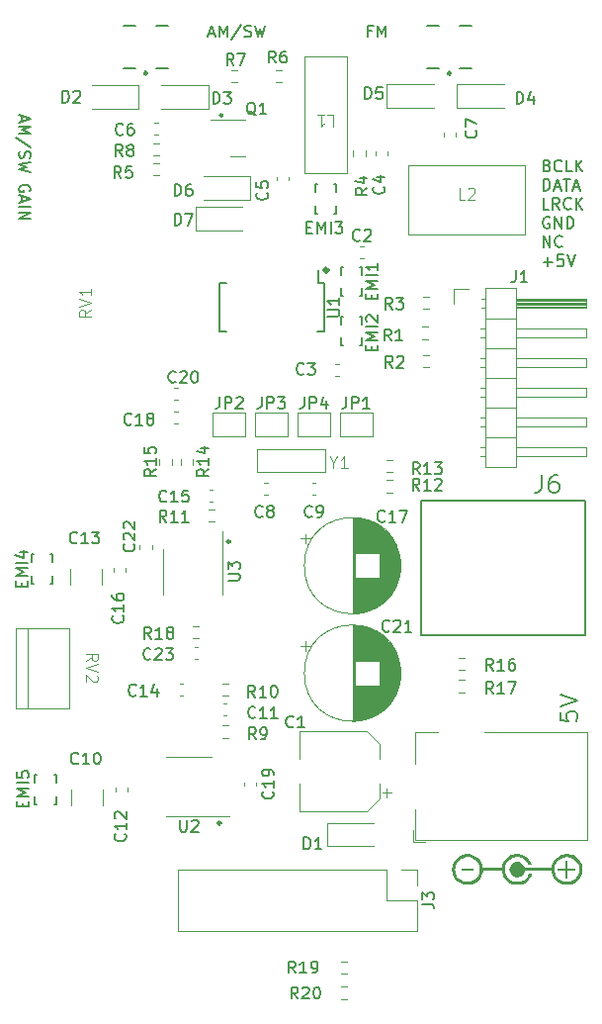
<source format=gbr>
%TF.GenerationSoftware,KiCad,Pcbnew,7.0.1*%
%TF.CreationDate,2023-04-12T14:42:12+09:00*%
%TF.ProjectId,KiCad-Si4735,4b694361-642d-4536-9934-3733352e6b69,rev?*%
%TF.SameCoordinates,PX6bc3e40PY88601c0*%
%TF.FileFunction,Legend,Top*%
%TF.FilePolarity,Positive*%
%FSLAX46Y46*%
G04 Gerber Fmt 4.6, Leading zero omitted, Abs format (unit mm)*
G04 Created by KiCad (PCBNEW 7.0.1) date 2023-04-12 14:42:12*
%MOMM*%
%LPD*%
G01*
G04 APERTURE LIST*
%ADD10C,0.216421*%
%ADD11C,0.287132*%
%ADD12C,0.325000*%
%ADD13C,0.233114*%
%ADD14C,0.150000*%
%ADD15C,0.200000*%
%ADD16C,0.100000*%
%ADD17C,0.120000*%
%ADD18C,0.127000*%
%ADD19C,0.280000*%
G04 APERTURE END LIST*
D10*
X18558210Y77450000D02*
G75*
G03*
X18558210Y77450000I-108210J0D01*
G01*
D11*
X18443566Y16900000D02*
G75*
G03*
X18443566Y16900000I-143566J0D01*
G01*
D12*
X27612500Y64200000D02*
G75*
G03*
X27612500Y64200000I-162500J0D01*
G01*
D13*
X19216557Y40950000D02*
G75*
G03*
X19216557Y40950000I-116557J0D01*
G01*
D14*
X46371428Y73146191D02*
X46514285Y73098572D01*
X46514285Y73098572D02*
X46561904Y73050953D01*
X46561904Y73050953D02*
X46609523Y72955715D01*
X46609523Y72955715D02*
X46609523Y72812858D01*
X46609523Y72812858D02*
X46561904Y72717620D01*
X46561904Y72717620D02*
X46514285Y72670000D01*
X46514285Y72670000D02*
X46419047Y72622381D01*
X46419047Y72622381D02*
X46038095Y72622381D01*
X46038095Y72622381D02*
X46038095Y73622381D01*
X46038095Y73622381D02*
X46371428Y73622381D01*
X46371428Y73622381D02*
X46466666Y73574762D01*
X46466666Y73574762D02*
X46514285Y73527143D01*
X46514285Y73527143D02*
X46561904Y73431905D01*
X46561904Y73431905D02*
X46561904Y73336667D01*
X46561904Y73336667D02*
X46514285Y73241429D01*
X46514285Y73241429D02*
X46466666Y73193810D01*
X46466666Y73193810D02*
X46371428Y73146191D01*
X46371428Y73146191D02*
X46038095Y73146191D01*
X47609523Y72717620D02*
X47561904Y72670000D01*
X47561904Y72670000D02*
X47419047Y72622381D01*
X47419047Y72622381D02*
X47323809Y72622381D01*
X47323809Y72622381D02*
X47180952Y72670000D01*
X47180952Y72670000D02*
X47085714Y72765239D01*
X47085714Y72765239D02*
X47038095Y72860477D01*
X47038095Y72860477D02*
X46990476Y73050953D01*
X46990476Y73050953D02*
X46990476Y73193810D01*
X46990476Y73193810D02*
X47038095Y73384286D01*
X47038095Y73384286D02*
X47085714Y73479524D01*
X47085714Y73479524D02*
X47180952Y73574762D01*
X47180952Y73574762D02*
X47323809Y73622381D01*
X47323809Y73622381D02*
X47419047Y73622381D01*
X47419047Y73622381D02*
X47561904Y73574762D01*
X47561904Y73574762D02*
X47609523Y73527143D01*
X48514285Y72622381D02*
X48038095Y72622381D01*
X48038095Y72622381D02*
X48038095Y73622381D01*
X48847619Y72622381D02*
X48847619Y73622381D01*
X49419047Y72622381D02*
X48990476Y73193810D01*
X49419047Y73622381D02*
X48847619Y73050953D01*
X46038095Y71002381D02*
X46038095Y72002381D01*
X46038095Y72002381D02*
X46276190Y72002381D01*
X46276190Y72002381D02*
X46419047Y71954762D01*
X46419047Y71954762D02*
X46514285Y71859524D01*
X46514285Y71859524D02*
X46561904Y71764286D01*
X46561904Y71764286D02*
X46609523Y71573810D01*
X46609523Y71573810D02*
X46609523Y71430953D01*
X46609523Y71430953D02*
X46561904Y71240477D01*
X46561904Y71240477D02*
X46514285Y71145239D01*
X46514285Y71145239D02*
X46419047Y71050000D01*
X46419047Y71050000D02*
X46276190Y71002381D01*
X46276190Y71002381D02*
X46038095Y71002381D01*
X46990476Y71288096D02*
X47466666Y71288096D01*
X46895238Y71002381D02*
X47228571Y72002381D01*
X47228571Y72002381D02*
X47561904Y71002381D01*
X47752381Y72002381D02*
X48323809Y72002381D01*
X48038095Y71002381D02*
X48038095Y72002381D01*
X48609524Y71288096D02*
X49085714Y71288096D01*
X48514286Y71002381D02*
X48847619Y72002381D01*
X48847619Y72002381D02*
X49180952Y71002381D01*
X46514285Y69382381D02*
X46038095Y69382381D01*
X46038095Y69382381D02*
X46038095Y70382381D01*
X47419047Y69382381D02*
X47085714Y69858572D01*
X46847619Y69382381D02*
X46847619Y70382381D01*
X46847619Y70382381D02*
X47228571Y70382381D01*
X47228571Y70382381D02*
X47323809Y70334762D01*
X47323809Y70334762D02*
X47371428Y70287143D01*
X47371428Y70287143D02*
X47419047Y70191905D01*
X47419047Y70191905D02*
X47419047Y70049048D01*
X47419047Y70049048D02*
X47371428Y69953810D01*
X47371428Y69953810D02*
X47323809Y69906191D01*
X47323809Y69906191D02*
X47228571Y69858572D01*
X47228571Y69858572D02*
X46847619Y69858572D01*
X48419047Y69477620D02*
X48371428Y69430000D01*
X48371428Y69430000D02*
X48228571Y69382381D01*
X48228571Y69382381D02*
X48133333Y69382381D01*
X48133333Y69382381D02*
X47990476Y69430000D01*
X47990476Y69430000D02*
X47895238Y69525239D01*
X47895238Y69525239D02*
X47847619Y69620477D01*
X47847619Y69620477D02*
X47800000Y69810953D01*
X47800000Y69810953D02*
X47800000Y69953810D01*
X47800000Y69953810D02*
X47847619Y70144286D01*
X47847619Y70144286D02*
X47895238Y70239524D01*
X47895238Y70239524D02*
X47990476Y70334762D01*
X47990476Y70334762D02*
X48133333Y70382381D01*
X48133333Y70382381D02*
X48228571Y70382381D01*
X48228571Y70382381D02*
X48371428Y70334762D01*
X48371428Y70334762D02*
X48419047Y70287143D01*
X48847619Y69382381D02*
X48847619Y70382381D01*
X49419047Y69382381D02*
X48990476Y69953810D01*
X49419047Y70382381D02*
X48847619Y69810953D01*
X46561904Y68714762D02*
X46466666Y68762381D01*
X46466666Y68762381D02*
X46323809Y68762381D01*
X46323809Y68762381D02*
X46180952Y68714762D01*
X46180952Y68714762D02*
X46085714Y68619524D01*
X46085714Y68619524D02*
X46038095Y68524286D01*
X46038095Y68524286D02*
X45990476Y68333810D01*
X45990476Y68333810D02*
X45990476Y68190953D01*
X45990476Y68190953D02*
X46038095Y68000477D01*
X46038095Y68000477D02*
X46085714Y67905239D01*
X46085714Y67905239D02*
X46180952Y67810000D01*
X46180952Y67810000D02*
X46323809Y67762381D01*
X46323809Y67762381D02*
X46419047Y67762381D01*
X46419047Y67762381D02*
X46561904Y67810000D01*
X46561904Y67810000D02*
X46609523Y67857620D01*
X46609523Y67857620D02*
X46609523Y68190953D01*
X46609523Y68190953D02*
X46419047Y68190953D01*
X47038095Y67762381D02*
X47038095Y68762381D01*
X47038095Y68762381D02*
X47609523Y67762381D01*
X47609523Y67762381D02*
X47609523Y68762381D01*
X48085714Y67762381D02*
X48085714Y68762381D01*
X48085714Y68762381D02*
X48323809Y68762381D01*
X48323809Y68762381D02*
X48466666Y68714762D01*
X48466666Y68714762D02*
X48561904Y68619524D01*
X48561904Y68619524D02*
X48609523Y68524286D01*
X48609523Y68524286D02*
X48657142Y68333810D01*
X48657142Y68333810D02*
X48657142Y68190953D01*
X48657142Y68190953D02*
X48609523Y68000477D01*
X48609523Y68000477D02*
X48561904Y67905239D01*
X48561904Y67905239D02*
X48466666Y67810000D01*
X48466666Y67810000D02*
X48323809Y67762381D01*
X48323809Y67762381D02*
X48085714Y67762381D01*
X46038095Y66142381D02*
X46038095Y67142381D01*
X46038095Y67142381D02*
X46609523Y66142381D01*
X46609523Y66142381D02*
X46609523Y67142381D01*
X47657142Y66237620D02*
X47609523Y66190000D01*
X47609523Y66190000D02*
X47466666Y66142381D01*
X47466666Y66142381D02*
X47371428Y66142381D01*
X47371428Y66142381D02*
X47228571Y66190000D01*
X47228571Y66190000D02*
X47133333Y66285239D01*
X47133333Y66285239D02*
X47085714Y66380477D01*
X47085714Y66380477D02*
X47038095Y66570953D01*
X47038095Y66570953D02*
X47038095Y66713810D01*
X47038095Y66713810D02*
X47085714Y66904286D01*
X47085714Y66904286D02*
X47133333Y66999524D01*
X47133333Y66999524D02*
X47228571Y67094762D01*
X47228571Y67094762D02*
X47371428Y67142381D01*
X47371428Y67142381D02*
X47466666Y67142381D01*
X47466666Y67142381D02*
X47609523Y67094762D01*
X47609523Y67094762D02*
X47657142Y67047143D01*
X46038095Y64903334D02*
X46800000Y64903334D01*
X46419047Y64522381D02*
X46419047Y65284286D01*
X47752380Y65522381D02*
X47276190Y65522381D01*
X47276190Y65522381D02*
X47228571Y65046191D01*
X47228571Y65046191D02*
X47276190Y65093810D01*
X47276190Y65093810D02*
X47371428Y65141429D01*
X47371428Y65141429D02*
X47609523Y65141429D01*
X47609523Y65141429D02*
X47704761Y65093810D01*
X47704761Y65093810D02*
X47752380Y65046191D01*
X47752380Y65046191D02*
X47799999Y64950953D01*
X47799999Y64950953D02*
X47799999Y64712858D01*
X47799999Y64712858D02*
X47752380Y64617620D01*
X47752380Y64617620D02*
X47704761Y64570000D01*
X47704761Y64570000D02*
X47609523Y64522381D01*
X47609523Y64522381D02*
X47371428Y64522381D01*
X47371428Y64522381D02*
X47276190Y64570000D01*
X47276190Y64570000D02*
X47228571Y64617620D01*
X48085714Y65522381D02*
X48419047Y64522381D01*
X48419047Y64522381D02*
X48752380Y65522381D01*
X1408095Y77409524D02*
X1408095Y76933334D01*
X1122380Y77504762D02*
X2122380Y77171429D01*
X2122380Y77171429D02*
X1122380Y76838096D01*
X1122380Y76504762D02*
X2122380Y76504762D01*
X2122380Y76504762D02*
X1408095Y76171429D01*
X1408095Y76171429D02*
X2122380Y75838096D01*
X2122380Y75838096D02*
X1122380Y75838096D01*
X2170000Y74647620D02*
X884285Y75504762D01*
X1170000Y74361905D02*
X1122380Y74219048D01*
X1122380Y74219048D02*
X1122380Y73980953D01*
X1122380Y73980953D02*
X1170000Y73885715D01*
X1170000Y73885715D02*
X1217619Y73838096D01*
X1217619Y73838096D02*
X1312857Y73790477D01*
X1312857Y73790477D02*
X1408095Y73790477D01*
X1408095Y73790477D02*
X1503333Y73838096D01*
X1503333Y73838096D02*
X1550952Y73885715D01*
X1550952Y73885715D02*
X1598571Y73980953D01*
X1598571Y73980953D02*
X1646190Y74171429D01*
X1646190Y74171429D02*
X1693809Y74266667D01*
X1693809Y74266667D02*
X1741428Y74314286D01*
X1741428Y74314286D02*
X1836666Y74361905D01*
X1836666Y74361905D02*
X1931904Y74361905D01*
X1931904Y74361905D02*
X2027142Y74314286D01*
X2027142Y74314286D02*
X2074761Y74266667D01*
X2074761Y74266667D02*
X2122380Y74171429D01*
X2122380Y74171429D02*
X2122380Y73933334D01*
X2122380Y73933334D02*
X2074761Y73790477D01*
X2122380Y73457143D02*
X1122380Y73219048D01*
X1122380Y73219048D02*
X1836666Y73028572D01*
X1836666Y73028572D02*
X1122380Y72838096D01*
X1122380Y72838096D02*
X2122380Y72600000D01*
X2074761Y70933334D02*
X2122380Y71028572D01*
X2122380Y71028572D02*
X2122380Y71171429D01*
X2122380Y71171429D02*
X2074761Y71314286D01*
X2074761Y71314286D02*
X1979523Y71409524D01*
X1979523Y71409524D02*
X1884285Y71457143D01*
X1884285Y71457143D02*
X1693809Y71504762D01*
X1693809Y71504762D02*
X1550952Y71504762D01*
X1550952Y71504762D02*
X1360476Y71457143D01*
X1360476Y71457143D02*
X1265238Y71409524D01*
X1265238Y71409524D02*
X1170000Y71314286D01*
X1170000Y71314286D02*
X1122380Y71171429D01*
X1122380Y71171429D02*
X1122380Y71076191D01*
X1122380Y71076191D02*
X1170000Y70933334D01*
X1170000Y70933334D02*
X1217619Y70885715D01*
X1217619Y70885715D02*
X1550952Y70885715D01*
X1550952Y70885715D02*
X1550952Y71076191D01*
X1408095Y70504762D02*
X1408095Y70028572D01*
X1122380Y70600000D02*
X2122380Y70266667D01*
X2122380Y70266667D02*
X1122380Y69933334D01*
X1122380Y69600000D02*
X2122380Y69600000D01*
X1122380Y69123810D02*
X2122380Y69123810D01*
X2122380Y69123810D02*
X1122380Y68552382D01*
X1122380Y68552382D02*
X2122380Y68552382D01*
%TO.C,C22*%
X10967380Y40757143D02*
X11015000Y40709524D01*
X11015000Y40709524D02*
X11062619Y40566667D01*
X11062619Y40566667D02*
X11062619Y40471429D01*
X11062619Y40471429D02*
X11015000Y40328572D01*
X11015000Y40328572D02*
X10919761Y40233334D01*
X10919761Y40233334D02*
X10824523Y40185715D01*
X10824523Y40185715D02*
X10634047Y40138096D01*
X10634047Y40138096D02*
X10491190Y40138096D01*
X10491190Y40138096D02*
X10300714Y40185715D01*
X10300714Y40185715D02*
X10205476Y40233334D01*
X10205476Y40233334D02*
X10110238Y40328572D01*
X10110238Y40328572D02*
X10062619Y40471429D01*
X10062619Y40471429D02*
X10062619Y40566667D01*
X10062619Y40566667D02*
X10110238Y40709524D01*
X10110238Y40709524D02*
X10157857Y40757143D01*
X10157857Y41138096D02*
X10110238Y41185715D01*
X10110238Y41185715D02*
X10062619Y41280953D01*
X10062619Y41280953D02*
X10062619Y41519048D01*
X10062619Y41519048D02*
X10110238Y41614286D01*
X10110238Y41614286D02*
X10157857Y41661905D01*
X10157857Y41661905D02*
X10253095Y41709524D01*
X10253095Y41709524D02*
X10348333Y41709524D01*
X10348333Y41709524D02*
X10491190Y41661905D01*
X10491190Y41661905D02*
X11062619Y41090477D01*
X11062619Y41090477D02*
X11062619Y41709524D01*
X10157857Y42090477D02*
X10110238Y42138096D01*
X10110238Y42138096D02*
X10062619Y42233334D01*
X10062619Y42233334D02*
X10062619Y42471429D01*
X10062619Y42471429D02*
X10110238Y42566667D01*
X10110238Y42566667D02*
X10157857Y42614286D01*
X10157857Y42614286D02*
X10253095Y42661905D01*
X10253095Y42661905D02*
X10348333Y42661905D01*
X10348333Y42661905D02*
X10491190Y42614286D01*
X10491190Y42614286D02*
X11062619Y42042858D01*
X11062619Y42042858D02*
X11062619Y42661905D01*
%TO.C,C16*%
X10017380Y34607143D02*
X10065000Y34559524D01*
X10065000Y34559524D02*
X10112619Y34416667D01*
X10112619Y34416667D02*
X10112619Y34321429D01*
X10112619Y34321429D02*
X10065000Y34178572D01*
X10065000Y34178572D02*
X9969761Y34083334D01*
X9969761Y34083334D02*
X9874523Y34035715D01*
X9874523Y34035715D02*
X9684047Y33988096D01*
X9684047Y33988096D02*
X9541190Y33988096D01*
X9541190Y33988096D02*
X9350714Y34035715D01*
X9350714Y34035715D02*
X9255476Y34083334D01*
X9255476Y34083334D02*
X9160238Y34178572D01*
X9160238Y34178572D02*
X9112619Y34321429D01*
X9112619Y34321429D02*
X9112619Y34416667D01*
X9112619Y34416667D02*
X9160238Y34559524D01*
X9160238Y34559524D02*
X9207857Y34607143D01*
X10112619Y35559524D02*
X10112619Y34988096D01*
X10112619Y35273810D02*
X9112619Y35273810D01*
X9112619Y35273810D02*
X9255476Y35178572D01*
X9255476Y35178572D02*
X9350714Y35083334D01*
X9350714Y35083334D02*
X9398333Y34988096D01*
X9112619Y36416667D02*
X9112619Y36226191D01*
X9112619Y36226191D02*
X9160238Y36130953D01*
X9160238Y36130953D02*
X9207857Y36083334D01*
X9207857Y36083334D02*
X9350714Y35988096D01*
X9350714Y35988096D02*
X9541190Y35940477D01*
X9541190Y35940477D02*
X9922142Y35940477D01*
X9922142Y35940477D02*
X10017380Y35988096D01*
X10017380Y35988096D02*
X10065000Y36035715D01*
X10065000Y36035715D02*
X10112619Y36130953D01*
X10112619Y36130953D02*
X10112619Y36321429D01*
X10112619Y36321429D02*
X10065000Y36416667D01*
X10065000Y36416667D02*
X10017380Y36464286D01*
X10017380Y36464286D02*
X9922142Y36511905D01*
X9922142Y36511905D02*
X9684047Y36511905D01*
X9684047Y36511905D02*
X9588809Y36464286D01*
X9588809Y36464286D02*
X9541190Y36416667D01*
X9541190Y36416667D02*
X9493571Y36321429D01*
X9493571Y36321429D02*
X9493571Y36130953D01*
X9493571Y36130953D02*
X9541190Y36035715D01*
X9541190Y36035715D02*
X9588809Y35988096D01*
X9588809Y35988096D02*
X9684047Y35940477D01*
%TO.C,U1*%
X27562619Y60238096D02*
X28372142Y60238096D01*
X28372142Y60238096D02*
X28467380Y60285715D01*
X28467380Y60285715D02*
X28515000Y60333334D01*
X28515000Y60333334D02*
X28562619Y60428572D01*
X28562619Y60428572D02*
X28562619Y60619048D01*
X28562619Y60619048D02*
X28515000Y60714286D01*
X28515000Y60714286D02*
X28467380Y60761905D01*
X28467380Y60761905D02*
X28372142Y60809524D01*
X28372142Y60809524D02*
X27562619Y60809524D01*
X28562619Y61809524D02*
X28562619Y61238096D01*
X28562619Y61523810D02*
X27562619Y61523810D01*
X27562619Y61523810D02*
X27705476Y61428572D01*
X27705476Y61428572D02*
X27800714Y61333334D01*
X27800714Y61333334D02*
X27848333Y61238096D01*
%TO.C,EMI4*%
X1338809Y37100001D02*
X1338809Y37433334D01*
X1862619Y37576191D02*
X1862619Y37100001D01*
X1862619Y37100001D02*
X862619Y37100001D01*
X862619Y37100001D02*
X862619Y37576191D01*
X1862619Y38004763D02*
X862619Y38004763D01*
X862619Y38004763D02*
X1576904Y38338096D01*
X1576904Y38338096D02*
X862619Y38671429D01*
X862619Y38671429D02*
X1862619Y38671429D01*
X1862619Y39147620D02*
X862619Y39147620D01*
X1195952Y40052381D02*
X1862619Y40052381D01*
X815000Y39814286D02*
X1529285Y39576191D01*
X1529285Y39576191D02*
X1529285Y40195238D01*
%TO.C,R14*%
X17392619Y47157143D02*
X16916428Y46823810D01*
X17392619Y46585715D02*
X16392619Y46585715D01*
X16392619Y46585715D02*
X16392619Y46966667D01*
X16392619Y46966667D02*
X16440238Y47061905D01*
X16440238Y47061905D02*
X16487857Y47109524D01*
X16487857Y47109524D02*
X16583095Y47157143D01*
X16583095Y47157143D02*
X16725952Y47157143D01*
X16725952Y47157143D02*
X16821190Y47109524D01*
X16821190Y47109524D02*
X16868809Y47061905D01*
X16868809Y47061905D02*
X16916428Y46966667D01*
X16916428Y46966667D02*
X16916428Y46585715D01*
X17392619Y48109524D02*
X17392619Y47538096D01*
X17392619Y47823810D02*
X16392619Y47823810D01*
X16392619Y47823810D02*
X16535476Y47728572D01*
X16535476Y47728572D02*
X16630714Y47633334D01*
X16630714Y47633334D02*
X16678333Y47538096D01*
X16725952Y48966667D02*
X17392619Y48966667D01*
X16345000Y48728572D02*
X17059285Y48490477D01*
X17059285Y48490477D02*
X17059285Y49109524D01*
%TO.C,EMI2*%
X31338809Y57300001D02*
X31338809Y57633334D01*
X31862619Y57776191D02*
X31862619Y57300001D01*
X31862619Y57300001D02*
X30862619Y57300001D01*
X30862619Y57300001D02*
X30862619Y57776191D01*
X31862619Y58204763D02*
X30862619Y58204763D01*
X30862619Y58204763D02*
X31576904Y58538096D01*
X31576904Y58538096D02*
X30862619Y58871429D01*
X30862619Y58871429D02*
X31862619Y58871429D01*
X31862619Y59347620D02*
X30862619Y59347620D01*
X30957857Y59776191D02*
X30910238Y59823810D01*
X30910238Y59823810D02*
X30862619Y59919048D01*
X30862619Y59919048D02*
X30862619Y60157143D01*
X30862619Y60157143D02*
X30910238Y60252381D01*
X30910238Y60252381D02*
X30957857Y60300000D01*
X30957857Y60300000D02*
X31053095Y60347619D01*
X31053095Y60347619D02*
X31148333Y60347619D01*
X31148333Y60347619D02*
X31291190Y60300000D01*
X31291190Y60300000D02*
X31862619Y59728572D01*
X31862619Y59728572D02*
X31862619Y60347619D01*
%TO.C,D1*%
X25543905Y14637381D02*
X25543905Y15637381D01*
X25543905Y15637381D02*
X25782000Y15637381D01*
X25782000Y15637381D02*
X25924857Y15589762D01*
X25924857Y15589762D02*
X26020095Y15494524D01*
X26020095Y15494524D02*
X26067714Y15399286D01*
X26067714Y15399286D02*
X26115333Y15208810D01*
X26115333Y15208810D02*
X26115333Y15065953D01*
X26115333Y15065953D02*
X26067714Y14875477D01*
X26067714Y14875477D02*
X26020095Y14780239D01*
X26020095Y14780239D02*
X25924857Y14685000D01*
X25924857Y14685000D02*
X25782000Y14637381D01*
X25782000Y14637381D02*
X25543905Y14637381D01*
X27067714Y14637381D02*
X26496286Y14637381D01*
X26782000Y14637381D02*
X26782000Y15637381D01*
X26782000Y15637381D02*
X26686762Y15494524D01*
X26686762Y15494524D02*
X26591524Y15399286D01*
X26591524Y15399286D02*
X26496286Y15351667D01*
%TO.C,U3*%
X19062619Y37638096D02*
X19872142Y37638096D01*
X19872142Y37638096D02*
X19967380Y37685715D01*
X19967380Y37685715D02*
X20015000Y37733334D01*
X20015000Y37733334D02*
X20062619Y37828572D01*
X20062619Y37828572D02*
X20062619Y38019048D01*
X20062619Y38019048D02*
X20015000Y38114286D01*
X20015000Y38114286D02*
X19967380Y38161905D01*
X19967380Y38161905D02*
X19872142Y38209524D01*
X19872142Y38209524D02*
X19062619Y38209524D01*
X19062619Y38590477D02*
X19062619Y39209524D01*
X19062619Y39209524D02*
X19443571Y38876191D01*
X19443571Y38876191D02*
X19443571Y39019048D01*
X19443571Y39019048D02*
X19491190Y39114286D01*
X19491190Y39114286D02*
X19538809Y39161905D01*
X19538809Y39161905D02*
X19634047Y39209524D01*
X19634047Y39209524D02*
X19872142Y39209524D01*
X19872142Y39209524D02*
X19967380Y39161905D01*
X19967380Y39161905D02*
X20015000Y39114286D01*
X20015000Y39114286D02*
X20062619Y39019048D01*
X20062619Y39019048D02*
X20062619Y38733334D01*
X20062619Y38733334D02*
X20015000Y38638096D01*
X20015000Y38638096D02*
X19967380Y38590477D01*
%TO.C,C7*%
X40267380Y76133334D02*
X40315000Y76085715D01*
X40315000Y76085715D02*
X40362619Y75942858D01*
X40362619Y75942858D02*
X40362619Y75847620D01*
X40362619Y75847620D02*
X40315000Y75704763D01*
X40315000Y75704763D02*
X40219761Y75609525D01*
X40219761Y75609525D02*
X40124523Y75561906D01*
X40124523Y75561906D02*
X39934047Y75514287D01*
X39934047Y75514287D02*
X39791190Y75514287D01*
X39791190Y75514287D02*
X39600714Y75561906D01*
X39600714Y75561906D02*
X39505476Y75609525D01*
X39505476Y75609525D02*
X39410238Y75704763D01*
X39410238Y75704763D02*
X39362619Y75847620D01*
X39362619Y75847620D02*
X39362619Y75942858D01*
X39362619Y75942858D02*
X39410238Y76085715D01*
X39410238Y76085715D02*
X39457857Y76133334D01*
X39362619Y76466668D02*
X39362619Y77133334D01*
X39362619Y77133334D02*
X40362619Y76704763D01*
%TO.C,C10*%
X6207142Y21995120D02*
X6159523Y21947500D01*
X6159523Y21947500D02*
X6016666Y21899881D01*
X6016666Y21899881D02*
X5921428Y21899881D01*
X5921428Y21899881D02*
X5778571Y21947500D01*
X5778571Y21947500D02*
X5683333Y22042739D01*
X5683333Y22042739D02*
X5635714Y22137977D01*
X5635714Y22137977D02*
X5588095Y22328453D01*
X5588095Y22328453D02*
X5588095Y22471310D01*
X5588095Y22471310D02*
X5635714Y22661786D01*
X5635714Y22661786D02*
X5683333Y22757024D01*
X5683333Y22757024D02*
X5778571Y22852262D01*
X5778571Y22852262D02*
X5921428Y22899881D01*
X5921428Y22899881D02*
X6016666Y22899881D01*
X6016666Y22899881D02*
X6159523Y22852262D01*
X6159523Y22852262D02*
X6207142Y22804643D01*
X7159523Y21899881D02*
X6588095Y21899881D01*
X6873809Y21899881D02*
X6873809Y22899881D01*
X6873809Y22899881D02*
X6778571Y22757024D01*
X6778571Y22757024D02*
X6683333Y22661786D01*
X6683333Y22661786D02*
X6588095Y22614167D01*
X7778571Y22899881D02*
X7873809Y22899881D01*
X7873809Y22899881D02*
X7969047Y22852262D01*
X7969047Y22852262D02*
X8016666Y22804643D01*
X8016666Y22804643D02*
X8064285Y22709405D01*
X8064285Y22709405D02*
X8111904Y22518929D01*
X8111904Y22518929D02*
X8111904Y22280834D01*
X8111904Y22280834D02*
X8064285Y22090358D01*
X8064285Y22090358D02*
X8016666Y21995120D01*
X8016666Y21995120D02*
X7969047Y21947500D01*
X7969047Y21947500D02*
X7873809Y21899881D01*
X7873809Y21899881D02*
X7778571Y21899881D01*
X7778571Y21899881D02*
X7683333Y21947500D01*
X7683333Y21947500D02*
X7635714Y21995120D01*
X7635714Y21995120D02*
X7588095Y22090358D01*
X7588095Y22090358D02*
X7540476Y22280834D01*
X7540476Y22280834D02*
X7540476Y22518929D01*
X7540476Y22518929D02*
X7588095Y22709405D01*
X7588095Y22709405D02*
X7635714Y22804643D01*
X7635714Y22804643D02*
X7683333Y22852262D01*
X7683333Y22852262D02*
X7778571Y22899881D01*
%TO.C,D3*%
X17761905Y78437381D02*
X17761905Y79437381D01*
X17761905Y79437381D02*
X18000000Y79437381D01*
X18000000Y79437381D02*
X18142857Y79389762D01*
X18142857Y79389762D02*
X18238095Y79294524D01*
X18238095Y79294524D02*
X18285714Y79199286D01*
X18285714Y79199286D02*
X18333333Y79008810D01*
X18333333Y79008810D02*
X18333333Y78865953D01*
X18333333Y78865953D02*
X18285714Y78675477D01*
X18285714Y78675477D02*
X18238095Y78580239D01*
X18238095Y78580239D02*
X18142857Y78485000D01*
X18142857Y78485000D02*
X18000000Y78437381D01*
X18000000Y78437381D02*
X17761905Y78437381D01*
X18666667Y79437381D02*
X19285714Y79437381D01*
X19285714Y79437381D02*
X18952381Y79056429D01*
X18952381Y79056429D02*
X19095238Y79056429D01*
X19095238Y79056429D02*
X19190476Y79008810D01*
X19190476Y79008810D02*
X19238095Y78961191D01*
X19238095Y78961191D02*
X19285714Y78865953D01*
X19285714Y78865953D02*
X19285714Y78627858D01*
X19285714Y78627858D02*
X19238095Y78532620D01*
X19238095Y78532620D02*
X19190476Y78485000D01*
X19190476Y78485000D02*
X19095238Y78437381D01*
X19095238Y78437381D02*
X18809524Y78437381D01*
X18809524Y78437381D02*
X18714286Y78485000D01*
X18714286Y78485000D02*
X18666667Y78532620D01*
%TO.C,C18*%
X10757142Y51032620D02*
X10709523Y50985000D01*
X10709523Y50985000D02*
X10566666Y50937381D01*
X10566666Y50937381D02*
X10471428Y50937381D01*
X10471428Y50937381D02*
X10328571Y50985000D01*
X10328571Y50985000D02*
X10233333Y51080239D01*
X10233333Y51080239D02*
X10185714Y51175477D01*
X10185714Y51175477D02*
X10138095Y51365953D01*
X10138095Y51365953D02*
X10138095Y51508810D01*
X10138095Y51508810D02*
X10185714Y51699286D01*
X10185714Y51699286D02*
X10233333Y51794524D01*
X10233333Y51794524D02*
X10328571Y51889762D01*
X10328571Y51889762D02*
X10471428Y51937381D01*
X10471428Y51937381D02*
X10566666Y51937381D01*
X10566666Y51937381D02*
X10709523Y51889762D01*
X10709523Y51889762D02*
X10757142Y51842143D01*
X11709523Y50937381D02*
X11138095Y50937381D01*
X11423809Y50937381D02*
X11423809Y51937381D01*
X11423809Y51937381D02*
X11328571Y51794524D01*
X11328571Y51794524D02*
X11233333Y51699286D01*
X11233333Y51699286D02*
X11138095Y51651667D01*
X12280952Y51508810D02*
X12185714Y51556429D01*
X12185714Y51556429D02*
X12138095Y51604048D01*
X12138095Y51604048D02*
X12090476Y51699286D01*
X12090476Y51699286D02*
X12090476Y51746905D01*
X12090476Y51746905D02*
X12138095Y51842143D01*
X12138095Y51842143D02*
X12185714Y51889762D01*
X12185714Y51889762D02*
X12280952Y51937381D01*
X12280952Y51937381D02*
X12471428Y51937381D01*
X12471428Y51937381D02*
X12566666Y51889762D01*
X12566666Y51889762D02*
X12614285Y51842143D01*
X12614285Y51842143D02*
X12661904Y51746905D01*
X12661904Y51746905D02*
X12661904Y51699286D01*
X12661904Y51699286D02*
X12614285Y51604048D01*
X12614285Y51604048D02*
X12566666Y51556429D01*
X12566666Y51556429D02*
X12471428Y51508810D01*
X12471428Y51508810D02*
X12280952Y51508810D01*
X12280952Y51508810D02*
X12185714Y51461191D01*
X12185714Y51461191D02*
X12138095Y51413572D01*
X12138095Y51413572D02*
X12090476Y51318334D01*
X12090476Y51318334D02*
X12090476Y51127858D01*
X12090476Y51127858D02*
X12138095Y51032620D01*
X12138095Y51032620D02*
X12185714Y50985000D01*
X12185714Y50985000D02*
X12280952Y50937381D01*
X12280952Y50937381D02*
X12471428Y50937381D01*
X12471428Y50937381D02*
X12566666Y50985000D01*
X12566666Y50985000D02*
X12614285Y51032620D01*
X12614285Y51032620D02*
X12661904Y51127858D01*
X12661904Y51127858D02*
X12661904Y51318334D01*
X12661904Y51318334D02*
X12614285Y51413572D01*
X12614285Y51413572D02*
X12566666Y51461191D01*
X12566666Y51461191D02*
X12471428Y51508810D01*
%TO.C,R2*%
X33133333Y55837381D02*
X32800000Y56313572D01*
X32561905Y55837381D02*
X32561905Y56837381D01*
X32561905Y56837381D02*
X32942857Y56837381D01*
X32942857Y56837381D02*
X33038095Y56789762D01*
X33038095Y56789762D02*
X33085714Y56742143D01*
X33085714Y56742143D02*
X33133333Y56646905D01*
X33133333Y56646905D02*
X33133333Y56504048D01*
X33133333Y56504048D02*
X33085714Y56408810D01*
X33085714Y56408810D02*
X33038095Y56361191D01*
X33038095Y56361191D02*
X32942857Y56313572D01*
X32942857Y56313572D02*
X32561905Y56313572D01*
X33514286Y56742143D02*
X33561905Y56789762D01*
X33561905Y56789762D02*
X33657143Y56837381D01*
X33657143Y56837381D02*
X33895238Y56837381D01*
X33895238Y56837381D02*
X33990476Y56789762D01*
X33990476Y56789762D02*
X34038095Y56742143D01*
X34038095Y56742143D02*
X34085714Y56646905D01*
X34085714Y56646905D02*
X34085714Y56551667D01*
X34085714Y56551667D02*
X34038095Y56408810D01*
X34038095Y56408810D02*
X33466667Y55837381D01*
X33466667Y55837381D02*
X34085714Y55837381D01*
%TO.C,JP3*%
X21916666Y53337381D02*
X21916666Y52623096D01*
X21916666Y52623096D02*
X21869047Y52480239D01*
X21869047Y52480239D02*
X21773809Y52385000D01*
X21773809Y52385000D02*
X21630952Y52337381D01*
X21630952Y52337381D02*
X21535714Y52337381D01*
X22392857Y52337381D02*
X22392857Y53337381D01*
X22392857Y53337381D02*
X22773809Y53337381D01*
X22773809Y53337381D02*
X22869047Y53289762D01*
X22869047Y53289762D02*
X22916666Y53242143D01*
X22916666Y53242143D02*
X22964285Y53146905D01*
X22964285Y53146905D02*
X22964285Y53004048D01*
X22964285Y53004048D02*
X22916666Y52908810D01*
X22916666Y52908810D02*
X22869047Y52861191D01*
X22869047Y52861191D02*
X22773809Y52813572D01*
X22773809Y52813572D02*
X22392857Y52813572D01*
X23297619Y53337381D02*
X23916666Y53337381D01*
X23916666Y53337381D02*
X23583333Y52956429D01*
X23583333Y52956429D02*
X23726190Y52956429D01*
X23726190Y52956429D02*
X23821428Y52908810D01*
X23821428Y52908810D02*
X23869047Y52861191D01*
X23869047Y52861191D02*
X23916666Y52765953D01*
X23916666Y52765953D02*
X23916666Y52527858D01*
X23916666Y52527858D02*
X23869047Y52432620D01*
X23869047Y52432620D02*
X23821428Y52385000D01*
X23821428Y52385000D02*
X23726190Y52337381D01*
X23726190Y52337381D02*
X23440476Y52337381D01*
X23440476Y52337381D02*
X23345238Y52385000D01*
X23345238Y52385000D02*
X23297619Y52432620D01*
%TO.C,C8*%
X21995833Y43132620D02*
X21948214Y43085000D01*
X21948214Y43085000D02*
X21805357Y43037381D01*
X21805357Y43037381D02*
X21710119Y43037381D01*
X21710119Y43037381D02*
X21567262Y43085000D01*
X21567262Y43085000D02*
X21472024Y43180239D01*
X21472024Y43180239D02*
X21424405Y43275477D01*
X21424405Y43275477D02*
X21376786Y43465953D01*
X21376786Y43465953D02*
X21376786Y43608810D01*
X21376786Y43608810D02*
X21424405Y43799286D01*
X21424405Y43799286D02*
X21472024Y43894524D01*
X21472024Y43894524D02*
X21567262Y43989762D01*
X21567262Y43989762D02*
X21710119Y44037381D01*
X21710119Y44037381D02*
X21805357Y44037381D01*
X21805357Y44037381D02*
X21948214Y43989762D01*
X21948214Y43989762D02*
X21995833Y43942143D01*
X22567262Y43608810D02*
X22472024Y43656429D01*
X22472024Y43656429D02*
X22424405Y43704048D01*
X22424405Y43704048D02*
X22376786Y43799286D01*
X22376786Y43799286D02*
X22376786Y43846905D01*
X22376786Y43846905D02*
X22424405Y43942143D01*
X22424405Y43942143D02*
X22472024Y43989762D01*
X22472024Y43989762D02*
X22567262Y44037381D01*
X22567262Y44037381D02*
X22757738Y44037381D01*
X22757738Y44037381D02*
X22852976Y43989762D01*
X22852976Y43989762D02*
X22900595Y43942143D01*
X22900595Y43942143D02*
X22948214Y43846905D01*
X22948214Y43846905D02*
X22948214Y43799286D01*
X22948214Y43799286D02*
X22900595Y43704048D01*
X22900595Y43704048D02*
X22852976Y43656429D01*
X22852976Y43656429D02*
X22757738Y43608810D01*
X22757738Y43608810D02*
X22567262Y43608810D01*
X22567262Y43608810D02*
X22472024Y43561191D01*
X22472024Y43561191D02*
X22424405Y43513572D01*
X22424405Y43513572D02*
X22376786Y43418334D01*
X22376786Y43418334D02*
X22376786Y43227858D01*
X22376786Y43227858D02*
X22424405Y43132620D01*
X22424405Y43132620D02*
X22472024Y43085000D01*
X22472024Y43085000D02*
X22567262Y43037381D01*
X22567262Y43037381D02*
X22757738Y43037381D01*
X22757738Y43037381D02*
X22852976Y43085000D01*
X22852976Y43085000D02*
X22900595Y43132620D01*
X22900595Y43132620D02*
X22948214Y43227858D01*
X22948214Y43227858D02*
X22948214Y43418334D01*
X22948214Y43418334D02*
X22900595Y43513572D01*
X22900595Y43513572D02*
X22852976Y43561191D01*
X22852976Y43561191D02*
X22757738Y43608810D01*
%TO.C,J3*%
X35667619Y9936667D02*
X36381904Y9936667D01*
X36381904Y9936667D02*
X36524761Y9889048D01*
X36524761Y9889048D02*
X36620000Y9793810D01*
X36620000Y9793810D02*
X36667619Y9650953D01*
X36667619Y9650953D02*
X36667619Y9555715D01*
X35667619Y10317620D02*
X35667619Y10936667D01*
X35667619Y10936667D02*
X36048571Y10603334D01*
X36048571Y10603334D02*
X36048571Y10746191D01*
X36048571Y10746191D02*
X36096190Y10841429D01*
X36096190Y10841429D02*
X36143809Y10889048D01*
X36143809Y10889048D02*
X36239047Y10936667D01*
X36239047Y10936667D02*
X36477142Y10936667D01*
X36477142Y10936667D02*
X36572380Y10889048D01*
X36572380Y10889048D02*
X36620000Y10841429D01*
X36620000Y10841429D02*
X36667619Y10746191D01*
X36667619Y10746191D02*
X36667619Y10460477D01*
X36667619Y10460477D02*
X36620000Y10365239D01*
X36620000Y10365239D02*
X36572380Y10317620D01*
%TO.C,C23*%
X12419642Y30932620D02*
X12372023Y30885000D01*
X12372023Y30885000D02*
X12229166Y30837381D01*
X12229166Y30837381D02*
X12133928Y30837381D01*
X12133928Y30837381D02*
X11991071Y30885000D01*
X11991071Y30885000D02*
X11895833Y30980239D01*
X11895833Y30980239D02*
X11848214Y31075477D01*
X11848214Y31075477D02*
X11800595Y31265953D01*
X11800595Y31265953D02*
X11800595Y31408810D01*
X11800595Y31408810D02*
X11848214Y31599286D01*
X11848214Y31599286D02*
X11895833Y31694524D01*
X11895833Y31694524D02*
X11991071Y31789762D01*
X11991071Y31789762D02*
X12133928Y31837381D01*
X12133928Y31837381D02*
X12229166Y31837381D01*
X12229166Y31837381D02*
X12372023Y31789762D01*
X12372023Y31789762D02*
X12419642Y31742143D01*
X12800595Y31742143D02*
X12848214Y31789762D01*
X12848214Y31789762D02*
X12943452Y31837381D01*
X12943452Y31837381D02*
X13181547Y31837381D01*
X13181547Y31837381D02*
X13276785Y31789762D01*
X13276785Y31789762D02*
X13324404Y31742143D01*
X13324404Y31742143D02*
X13372023Y31646905D01*
X13372023Y31646905D02*
X13372023Y31551667D01*
X13372023Y31551667D02*
X13324404Y31408810D01*
X13324404Y31408810D02*
X12752976Y30837381D01*
X12752976Y30837381D02*
X13372023Y30837381D01*
X13705357Y31837381D02*
X14324404Y31837381D01*
X14324404Y31837381D02*
X13991071Y31456429D01*
X13991071Y31456429D02*
X14133928Y31456429D01*
X14133928Y31456429D02*
X14229166Y31408810D01*
X14229166Y31408810D02*
X14276785Y31361191D01*
X14276785Y31361191D02*
X14324404Y31265953D01*
X14324404Y31265953D02*
X14324404Y31027858D01*
X14324404Y31027858D02*
X14276785Y30932620D01*
X14276785Y30932620D02*
X14229166Y30885000D01*
X14229166Y30885000D02*
X14133928Y30837381D01*
X14133928Y30837381D02*
X13848214Y30837381D01*
X13848214Y30837381D02*
X13752976Y30885000D01*
X13752976Y30885000D02*
X13705357Y30932620D01*
%TO.C,R20*%
X25019642Y1837381D02*
X24686309Y2313572D01*
X24448214Y1837381D02*
X24448214Y2837381D01*
X24448214Y2837381D02*
X24829166Y2837381D01*
X24829166Y2837381D02*
X24924404Y2789762D01*
X24924404Y2789762D02*
X24972023Y2742143D01*
X24972023Y2742143D02*
X25019642Y2646905D01*
X25019642Y2646905D02*
X25019642Y2504048D01*
X25019642Y2504048D02*
X24972023Y2408810D01*
X24972023Y2408810D02*
X24924404Y2361191D01*
X24924404Y2361191D02*
X24829166Y2313572D01*
X24829166Y2313572D02*
X24448214Y2313572D01*
X25400595Y2742143D02*
X25448214Y2789762D01*
X25448214Y2789762D02*
X25543452Y2837381D01*
X25543452Y2837381D02*
X25781547Y2837381D01*
X25781547Y2837381D02*
X25876785Y2789762D01*
X25876785Y2789762D02*
X25924404Y2742143D01*
X25924404Y2742143D02*
X25972023Y2646905D01*
X25972023Y2646905D02*
X25972023Y2551667D01*
X25972023Y2551667D02*
X25924404Y2408810D01*
X25924404Y2408810D02*
X25352976Y1837381D01*
X25352976Y1837381D02*
X25972023Y1837381D01*
X26591071Y2837381D02*
X26686309Y2837381D01*
X26686309Y2837381D02*
X26781547Y2789762D01*
X26781547Y2789762D02*
X26829166Y2742143D01*
X26829166Y2742143D02*
X26876785Y2646905D01*
X26876785Y2646905D02*
X26924404Y2456429D01*
X26924404Y2456429D02*
X26924404Y2218334D01*
X26924404Y2218334D02*
X26876785Y2027858D01*
X26876785Y2027858D02*
X26829166Y1932620D01*
X26829166Y1932620D02*
X26781547Y1885000D01*
X26781547Y1885000D02*
X26686309Y1837381D01*
X26686309Y1837381D02*
X26591071Y1837381D01*
X26591071Y1837381D02*
X26495833Y1885000D01*
X26495833Y1885000D02*
X26448214Y1932620D01*
X26448214Y1932620D02*
X26400595Y2027858D01*
X26400595Y2027858D02*
X26352976Y2218334D01*
X26352976Y2218334D02*
X26352976Y2456429D01*
X26352976Y2456429D02*
X26400595Y2646905D01*
X26400595Y2646905D02*
X26448214Y2742143D01*
X26448214Y2742143D02*
X26495833Y2789762D01*
X26495833Y2789762D02*
X26591071Y2837381D01*
%TO.C,R13*%
X35457142Y46737381D02*
X35123809Y47213572D01*
X34885714Y46737381D02*
X34885714Y47737381D01*
X34885714Y47737381D02*
X35266666Y47737381D01*
X35266666Y47737381D02*
X35361904Y47689762D01*
X35361904Y47689762D02*
X35409523Y47642143D01*
X35409523Y47642143D02*
X35457142Y47546905D01*
X35457142Y47546905D02*
X35457142Y47404048D01*
X35457142Y47404048D02*
X35409523Y47308810D01*
X35409523Y47308810D02*
X35361904Y47261191D01*
X35361904Y47261191D02*
X35266666Y47213572D01*
X35266666Y47213572D02*
X34885714Y47213572D01*
X36409523Y46737381D02*
X35838095Y46737381D01*
X36123809Y46737381D02*
X36123809Y47737381D01*
X36123809Y47737381D02*
X36028571Y47594524D01*
X36028571Y47594524D02*
X35933333Y47499286D01*
X35933333Y47499286D02*
X35838095Y47451667D01*
X36742857Y47737381D02*
X37361904Y47737381D01*
X37361904Y47737381D02*
X37028571Y47356429D01*
X37028571Y47356429D02*
X37171428Y47356429D01*
X37171428Y47356429D02*
X37266666Y47308810D01*
X37266666Y47308810D02*
X37314285Y47261191D01*
X37314285Y47261191D02*
X37361904Y47165953D01*
X37361904Y47165953D02*
X37361904Y46927858D01*
X37361904Y46927858D02*
X37314285Y46832620D01*
X37314285Y46832620D02*
X37266666Y46785000D01*
X37266666Y46785000D02*
X37171428Y46737381D01*
X37171428Y46737381D02*
X36885714Y46737381D01*
X36885714Y46737381D02*
X36790476Y46785000D01*
X36790476Y46785000D02*
X36742857Y46832620D01*
%TO.C,D5*%
X30761905Y78837381D02*
X30761905Y79837381D01*
X30761905Y79837381D02*
X31000000Y79837381D01*
X31000000Y79837381D02*
X31142857Y79789762D01*
X31142857Y79789762D02*
X31238095Y79694524D01*
X31238095Y79694524D02*
X31285714Y79599286D01*
X31285714Y79599286D02*
X31333333Y79408810D01*
X31333333Y79408810D02*
X31333333Y79265953D01*
X31333333Y79265953D02*
X31285714Y79075477D01*
X31285714Y79075477D02*
X31238095Y78980239D01*
X31238095Y78980239D02*
X31142857Y78885000D01*
X31142857Y78885000D02*
X31000000Y78837381D01*
X31000000Y78837381D02*
X30761905Y78837381D01*
X32238095Y79837381D02*
X31761905Y79837381D01*
X31761905Y79837381D02*
X31714286Y79361191D01*
X31714286Y79361191D02*
X31761905Y79408810D01*
X31761905Y79408810D02*
X31857143Y79456429D01*
X31857143Y79456429D02*
X32095238Y79456429D01*
X32095238Y79456429D02*
X32190476Y79408810D01*
X32190476Y79408810D02*
X32238095Y79361191D01*
X32238095Y79361191D02*
X32285714Y79265953D01*
X32285714Y79265953D02*
X32285714Y79027858D01*
X32285714Y79027858D02*
X32238095Y78932620D01*
X32238095Y78932620D02*
X32190476Y78885000D01*
X32190476Y78885000D02*
X32095238Y78837381D01*
X32095238Y78837381D02*
X31857143Y78837381D01*
X31857143Y78837381D02*
X31761905Y78885000D01*
X31761905Y78885000D02*
X31714286Y78932620D01*
%TO.C,R16*%
X41757142Y29937381D02*
X41423809Y30413572D01*
X41185714Y29937381D02*
X41185714Y30937381D01*
X41185714Y30937381D02*
X41566666Y30937381D01*
X41566666Y30937381D02*
X41661904Y30889762D01*
X41661904Y30889762D02*
X41709523Y30842143D01*
X41709523Y30842143D02*
X41757142Y30746905D01*
X41757142Y30746905D02*
X41757142Y30604048D01*
X41757142Y30604048D02*
X41709523Y30508810D01*
X41709523Y30508810D02*
X41661904Y30461191D01*
X41661904Y30461191D02*
X41566666Y30413572D01*
X41566666Y30413572D02*
X41185714Y30413572D01*
X42709523Y29937381D02*
X42138095Y29937381D01*
X42423809Y29937381D02*
X42423809Y30937381D01*
X42423809Y30937381D02*
X42328571Y30794524D01*
X42328571Y30794524D02*
X42233333Y30699286D01*
X42233333Y30699286D02*
X42138095Y30651667D01*
X43566666Y30937381D02*
X43376190Y30937381D01*
X43376190Y30937381D02*
X43280952Y30889762D01*
X43280952Y30889762D02*
X43233333Y30842143D01*
X43233333Y30842143D02*
X43138095Y30699286D01*
X43138095Y30699286D02*
X43090476Y30508810D01*
X43090476Y30508810D02*
X43090476Y30127858D01*
X43090476Y30127858D02*
X43138095Y30032620D01*
X43138095Y30032620D02*
X43185714Y29985000D01*
X43185714Y29985000D02*
X43280952Y29937381D01*
X43280952Y29937381D02*
X43471428Y29937381D01*
X43471428Y29937381D02*
X43566666Y29985000D01*
X43566666Y29985000D02*
X43614285Y30032620D01*
X43614285Y30032620D02*
X43661904Y30127858D01*
X43661904Y30127858D02*
X43661904Y30365953D01*
X43661904Y30365953D02*
X43614285Y30461191D01*
X43614285Y30461191D02*
X43566666Y30508810D01*
X43566666Y30508810D02*
X43471428Y30556429D01*
X43471428Y30556429D02*
X43280952Y30556429D01*
X43280952Y30556429D02*
X43185714Y30508810D01*
X43185714Y30508810D02*
X43138095Y30461191D01*
X43138095Y30461191D02*
X43090476Y30365953D01*
D15*
%TO.C,J2*%
X47483928Y26382287D02*
X47483928Y25668001D01*
X47483928Y25668001D02*
X48198214Y25596573D01*
X48198214Y25596573D02*
X48126785Y25668001D01*
X48126785Y25668001D02*
X48055357Y25810858D01*
X48055357Y25810858D02*
X48055357Y26168001D01*
X48055357Y26168001D02*
X48126785Y26310858D01*
X48126785Y26310858D02*
X48198214Y26382287D01*
X48198214Y26382287D02*
X48341071Y26453716D01*
X48341071Y26453716D02*
X48698214Y26453716D01*
X48698214Y26453716D02*
X48841071Y26382287D01*
X48841071Y26382287D02*
X48912500Y26310858D01*
X48912500Y26310858D02*
X48983928Y26168001D01*
X48983928Y26168001D02*
X48983928Y25810858D01*
X48983928Y25810858D02*
X48912500Y25668001D01*
X48912500Y25668001D02*
X48841071Y25596573D01*
X47483928Y26882287D02*
X48983928Y27382287D01*
X48983928Y27382287D02*
X47483928Y27882287D01*
D14*
%TO.C,C3*%
X25533333Y55332620D02*
X25485714Y55285000D01*
X25485714Y55285000D02*
X25342857Y55237381D01*
X25342857Y55237381D02*
X25247619Y55237381D01*
X25247619Y55237381D02*
X25104762Y55285000D01*
X25104762Y55285000D02*
X25009524Y55380239D01*
X25009524Y55380239D02*
X24961905Y55475477D01*
X24961905Y55475477D02*
X24914286Y55665953D01*
X24914286Y55665953D02*
X24914286Y55808810D01*
X24914286Y55808810D02*
X24961905Y55999286D01*
X24961905Y55999286D02*
X25009524Y56094524D01*
X25009524Y56094524D02*
X25104762Y56189762D01*
X25104762Y56189762D02*
X25247619Y56237381D01*
X25247619Y56237381D02*
X25342857Y56237381D01*
X25342857Y56237381D02*
X25485714Y56189762D01*
X25485714Y56189762D02*
X25533333Y56142143D01*
X25866667Y56237381D02*
X26485714Y56237381D01*
X26485714Y56237381D02*
X26152381Y55856429D01*
X26152381Y55856429D02*
X26295238Y55856429D01*
X26295238Y55856429D02*
X26390476Y55808810D01*
X26390476Y55808810D02*
X26438095Y55761191D01*
X26438095Y55761191D02*
X26485714Y55665953D01*
X26485714Y55665953D02*
X26485714Y55427858D01*
X26485714Y55427858D02*
X26438095Y55332620D01*
X26438095Y55332620D02*
X26390476Y55285000D01*
X26390476Y55285000D02*
X26295238Y55237381D01*
X26295238Y55237381D02*
X26009524Y55237381D01*
X26009524Y55237381D02*
X25914286Y55285000D01*
X25914286Y55285000D02*
X25866667Y55332620D01*
D16*
%TO.C,RV2*%
X6887380Y30745239D02*
X7363571Y31078572D01*
X6887380Y31316667D02*
X7887380Y31316667D01*
X7887380Y31316667D02*
X7887380Y30935715D01*
X7887380Y30935715D02*
X7839761Y30840477D01*
X7839761Y30840477D02*
X7792142Y30792858D01*
X7792142Y30792858D02*
X7696904Y30745239D01*
X7696904Y30745239D02*
X7554047Y30745239D01*
X7554047Y30745239D02*
X7458809Y30792858D01*
X7458809Y30792858D02*
X7411190Y30840477D01*
X7411190Y30840477D02*
X7363571Y30935715D01*
X7363571Y30935715D02*
X7363571Y31316667D01*
X7887380Y30459524D02*
X6887380Y30126191D01*
X6887380Y30126191D02*
X7887380Y29792858D01*
X7792142Y29507143D02*
X7839761Y29459524D01*
X7839761Y29459524D02*
X7887380Y29364286D01*
X7887380Y29364286D02*
X7887380Y29126191D01*
X7887380Y29126191D02*
X7839761Y29030953D01*
X7839761Y29030953D02*
X7792142Y28983334D01*
X7792142Y28983334D02*
X7696904Y28935715D01*
X7696904Y28935715D02*
X7601666Y28935715D01*
X7601666Y28935715D02*
X7458809Y28983334D01*
X7458809Y28983334D02*
X6887380Y29554762D01*
X6887380Y29554762D02*
X6887380Y28935715D01*
D14*
%TO.C,C5*%
X22367380Y70833334D02*
X22415000Y70785715D01*
X22415000Y70785715D02*
X22462619Y70642858D01*
X22462619Y70642858D02*
X22462619Y70547620D01*
X22462619Y70547620D02*
X22415000Y70404763D01*
X22415000Y70404763D02*
X22319761Y70309525D01*
X22319761Y70309525D02*
X22224523Y70261906D01*
X22224523Y70261906D02*
X22034047Y70214287D01*
X22034047Y70214287D02*
X21891190Y70214287D01*
X21891190Y70214287D02*
X21700714Y70261906D01*
X21700714Y70261906D02*
X21605476Y70309525D01*
X21605476Y70309525D02*
X21510238Y70404763D01*
X21510238Y70404763D02*
X21462619Y70547620D01*
X21462619Y70547620D02*
X21462619Y70642858D01*
X21462619Y70642858D02*
X21510238Y70785715D01*
X21510238Y70785715D02*
X21557857Y70833334D01*
X21462619Y71738096D02*
X21462619Y71261906D01*
X21462619Y71261906D02*
X21938809Y71214287D01*
X21938809Y71214287D02*
X21891190Y71261906D01*
X21891190Y71261906D02*
X21843571Y71357144D01*
X21843571Y71357144D02*
X21843571Y71595239D01*
X21843571Y71595239D02*
X21891190Y71690477D01*
X21891190Y71690477D02*
X21938809Y71738096D01*
X21938809Y71738096D02*
X22034047Y71785715D01*
X22034047Y71785715D02*
X22272142Y71785715D01*
X22272142Y71785715D02*
X22367380Y71738096D01*
X22367380Y71738096D02*
X22415000Y71690477D01*
X22415000Y71690477D02*
X22462619Y71595239D01*
X22462619Y71595239D02*
X22462619Y71357144D01*
X22462619Y71357144D02*
X22415000Y71261906D01*
X22415000Y71261906D02*
X22367380Y71214287D01*
D16*
%TO.C,L2*%
X39333333Y70237381D02*
X38857143Y70237381D01*
X38857143Y70237381D02*
X38857143Y71237381D01*
X39619048Y71142143D02*
X39666667Y71189762D01*
X39666667Y71189762D02*
X39761905Y71237381D01*
X39761905Y71237381D02*
X40000000Y71237381D01*
X40000000Y71237381D02*
X40095238Y71189762D01*
X40095238Y71189762D02*
X40142857Y71142143D01*
X40142857Y71142143D02*
X40190476Y71046905D01*
X40190476Y71046905D02*
X40190476Y70951667D01*
X40190476Y70951667D02*
X40142857Y70808810D01*
X40142857Y70808810D02*
X39571429Y70237381D01*
X39571429Y70237381D02*
X40190476Y70237381D01*
D14*
%TO.C,D4*%
X43761905Y78437381D02*
X43761905Y79437381D01*
X43761905Y79437381D02*
X44000000Y79437381D01*
X44000000Y79437381D02*
X44142857Y79389762D01*
X44142857Y79389762D02*
X44238095Y79294524D01*
X44238095Y79294524D02*
X44285714Y79199286D01*
X44285714Y79199286D02*
X44333333Y79008810D01*
X44333333Y79008810D02*
X44333333Y78865953D01*
X44333333Y78865953D02*
X44285714Y78675477D01*
X44285714Y78675477D02*
X44238095Y78580239D01*
X44238095Y78580239D02*
X44142857Y78485000D01*
X44142857Y78485000D02*
X44000000Y78437381D01*
X44000000Y78437381D02*
X43761905Y78437381D01*
X45190476Y79104048D02*
X45190476Y78437381D01*
X44952381Y79485000D02*
X44714286Y78770715D01*
X44714286Y78770715D02*
X45333333Y78770715D01*
%TO.C,C15*%
X13757142Y44432620D02*
X13709523Y44385000D01*
X13709523Y44385000D02*
X13566666Y44337381D01*
X13566666Y44337381D02*
X13471428Y44337381D01*
X13471428Y44337381D02*
X13328571Y44385000D01*
X13328571Y44385000D02*
X13233333Y44480239D01*
X13233333Y44480239D02*
X13185714Y44575477D01*
X13185714Y44575477D02*
X13138095Y44765953D01*
X13138095Y44765953D02*
X13138095Y44908810D01*
X13138095Y44908810D02*
X13185714Y45099286D01*
X13185714Y45099286D02*
X13233333Y45194524D01*
X13233333Y45194524D02*
X13328571Y45289762D01*
X13328571Y45289762D02*
X13471428Y45337381D01*
X13471428Y45337381D02*
X13566666Y45337381D01*
X13566666Y45337381D02*
X13709523Y45289762D01*
X13709523Y45289762D02*
X13757142Y45242143D01*
X14709523Y44337381D02*
X14138095Y44337381D01*
X14423809Y44337381D02*
X14423809Y45337381D01*
X14423809Y45337381D02*
X14328571Y45194524D01*
X14328571Y45194524D02*
X14233333Y45099286D01*
X14233333Y45099286D02*
X14138095Y45051667D01*
X15614285Y45337381D02*
X15138095Y45337381D01*
X15138095Y45337381D02*
X15090476Y44861191D01*
X15090476Y44861191D02*
X15138095Y44908810D01*
X15138095Y44908810D02*
X15233333Y44956429D01*
X15233333Y44956429D02*
X15471428Y44956429D01*
X15471428Y44956429D02*
X15566666Y44908810D01*
X15566666Y44908810D02*
X15614285Y44861191D01*
X15614285Y44861191D02*
X15661904Y44765953D01*
X15661904Y44765953D02*
X15661904Y44527858D01*
X15661904Y44527858D02*
X15614285Y44432620D01*
X15614285Y44432620D02*
X15566666Y44385000D01*
X15566666Y44385000D02*
X15471428Y44337381D01*
X15471428Y44337381D02*
X15233333Y44337381D01*
X15233333Y44337381D02*
X15138095Y44385000D01*
X15138095Y44385000D02*
X15090476Y44432620D01*
%TO.C,J1*%
X43676666Y64157381D02*
X43676666Y63443096D01*
X43676666Y63443096D02*
X43629047Y63300239D01*
X43629047Y63300239D02*
X43533809Y63205000D01*
X43533809Y63205000D02*
X43390952Y63157381D01*
X43390952Y63157381D02*
X43295714Y63157381D01*
X44676666Y63157381D02*
X44105238Y63157381D01*
X44390952Y63157381D02*
X44390952Y64157381D01*
X44390952Y64157381D02*
X44295714Y64014524D01*
X44295714Y64014524D02*
X44200476Y63919286D01*
X44200476Y63919286D02*
X44105238Y63871667D01*
%TO.C,JP4*%
X25566666Y53337381D02*
X25566666Y52623096D01*
X25566666Y52623096D02*
X25519047Y52480239D01*
X25519047Y52480239D02*
X25423809Y52385000D01*
X25423809Y52385000D02*
X25280952Y52337381D01*
X25280952Y52337381D02*
X25185714Y52337381D01*
X26042857Y52337381D02*
X26042857Y53337381D01*
X26042857Y53337381D02*
X26423809Y53337381D01*
X26423809Y53337381D02*
X26519047Y53289762D01*
X26519047Y53289762D02*
X26566666Y53242143D01*
X26566666Y53242143D02*
X26614285Y53146905D01*
X26614285Y53146905D02*
X26614285Y53004048D01*
X26614285Y53004048D02*
X26566666Y52908810D01*
X26566666Y52908810D02*
X26519047Y52861191D01*
X26519047Y52861191D02*
X26423809Y52813572D01*
X26423809Y52813572D02*
X26042857Y52813572D01*
X27471428Y53004048D02*
X27471428Y52337381D01*
X27233333Y53385000D02*
X26995238Y52670715D01*
X26995238Y52670715D02*
X27614285Y52670715D01*
%TO.C,C4*%
X32367380Y71333334D02*
X32415000Y71285715D01*
X32415000Y71285715D02*
X32462619Y71142858D01*
X32462619Y71142858D02*
X32462619Y71047620D01*
X32462619Y71047620D02*
X32415000Y70904763D01*
X32415000Y70904763D02*
X32319761Y70809525D01*
X32319761Y70809525D02*
X32224523Y70761906D01*
X32224523Y70761906D02*
X32034047Y70714287D01*
X32034047Y70714287D02*
X31891190Y70714287D01*
X31891190Y70714287D02*
X31700714Y70761906D01*
X31700714Y70761906D02*
X31605476Y70809525D01*
X31605476Y70809525D02*
X31510238Y70904763D01*
X31510238Y70904763D02*
X31462619Y71047620D01*
X31462619Y71047620D02*
X31462619Y71142858D01*
X31462619Y71142858D02*
X31510238Y71285715D01*
X31510238Y71285715D02*
X31557857Y71333334D01*
X31795952Y72190477D02*
X32462619Y72190477D01*
X31415000Y71952382D02*
X32129285Y71714287D01*
X32129285Y71714287D02*
X32129285Y72333334D01*
%TO.C,C1*%
X24633333Y25132620D02*
X24585714Y25085000D01*
X24585714Y25085000D02*
X24442857Y25037381D01*
X24442857Y25037381D02*
X24347619Y25037381D01*
X24347619Y25037381D02*
X24204762Y25085000D01*
X24204762Y25085000D02*
X24109524Y25180239D01*
X24109524Y25180239D02*
X24061905Y25275477D01*
X24061905Y25275477D02*
X24014286Y25465953D01*
X24014286Y25465953D02*
X24014286Y25608810D01*
X24014286Y25608810D02*
X24061905Y25799286D01*
X24061905Y25799286D02*
X24109524Y25894524D01*
X24109524Y25894524D02*
X24204762Y25989762D01*
X24204762Y25989762D02*
X24347619Y26037381D01*
X24347619Y26037381D02*
X24442857Y26037381D01*
X24442857Y26037381D02*
X24585714Y25989762D01*
X24585714Y25989762D02*
X24633333Y25942143D01*
X25585714Y25037381D02*
X25014286Y25037381D01*
X25300000Y25037381D02*
X25300000Y26037381D01*
X25300000Y26037381D02*
X25204762Y25894524D01*
X25204762Y25894524D02*
X25109524Y25799286D01*
X25109524Y25799286D02*
X25014286Y25751667D01*
%TO.C,C17*%
X32457142Y42732620D02*
X32409523Y42685000D01*
X32409523Y42685000D02*
X32266666Y42637381D01*
X32266666Y42637381D02*
X32171428Y42637381D01*
X32171428Y42637381D02*
X32028571Y42685000D01*
X32028571Y42685000D02*
X31933333Y42780239D01*
X31933333Y42780239D02*
X31885714Y42875477D01*
X31885714Y42875477D02*
X31838095Y43065953D01*
X31838095Y43065953D02*
X31838095Y43208810D01*
X31838095Y43208810D02*
X31885714Y43399286D01*
X31885714Y43399286D02*
X31933333Y43494524D01*
X31933333Y43494524D02*
X32028571Y43589762D01*
X32028571Y43589762D02*
X32171428Y43637381D01*
X32171428Y43637381D02*
X32266666Y43637381D01*
X32266666Y43637381D02*
X32409523Y43589762D01*
X32409523Y43589762D02*
X32457142Y43542143D01*
X33409523Y42637381D02*
X32838095Y42637381D01*
X33123809Y42637381D02*
X33123809Y43637381D01*
X33123809Y43637381D02*
X33028571Y43494524D01*
X33028571Y43494524D02*
X32933333Y43399286D01*
X32933333Y43399286D02*
X32838095Y43351667D01*
X33742857Y43637381D02*
X34409523Y43637381D01*
X34409523Y43637381D02*
X33980952Y42637381D01*
%TO.C,R6*%
X23133333Y81937381D02*
X22800000Y82413572D01*
X22561905Y81937381D02*
X22561905Y82937381D01*
X22561905Y82937381D02*
X22942857Y82937381D01*
X22942857Y82937381D02*
X23038095Y82889762D01*
X23038095Y82889762D02*
X23085714Y82842143D01*
X23085714Y82842143D02*
X23133333Y82746905D01*
X23133333Y82746905D02*
X23133333Y82604048D01*
X23133333Y82604048D02*
X23085714Y82508810D01*
X23085714Y82508810D02*
X23038095Y82461191D01*
X23038095Y82461191D02*
X22942857Y82413572D01*
X22942857Y82413572D02*
X22561905Y82413572D01*
X23990476Y82937381D02*
X23800000Y82937381D01*
X23800000Y82937381D02*
X23704762Y82889762D01*
X23704762Y82889762D02*
X23657143Y82842143D01*
X23657143Y82842143D02*
X23561905Y82699286D01*
X23561905Y82699286D02*
X23514286Y82508810D01*
X23514286Y82508810D02*
X23514286Y82127858D01*
X23514286Y82127858D02*
X23561905Y82032620D01*
X23561905Y82032620D02*
X23609524Y81985000D01*
X23609524Y81985000D02*
X23704762Y81937381D01*
X23704762Y81937381D02*
X23895238Y81937381D01*
X23895238Y81937381D02*
X23990476Y81985000D01*
X23990476Y81985000D02*
X24038095Y82032620D01*
X24038095Y82032620D02*
X24085714Y82127858D01*
X24085714Y82127858D02*
X24085714Y82365953D01*
X24085714Y82365953D02*
X24038095Y82461191D01*
X24038095Y82461191D02*
X23990476Y82508810D01*
X23990476Y82508810D02*
X23895238Y82556429D01*
X23895238Y82556429D02*
X23704762Y82556429D01*
X23704762Y82556429D02*
X23609524Y82508810D01*
X23609524Y82508810D02*
X23561905Y82461191D01*
X23561905Y82461191D02*
X23514286Y82365953D01*
%TO.C,D7*%
X14461905Y68037381D02*
X14461905Y69037381D01*
X14461905Y69037381D02*
X14700000Y69037381D01*
X14700000Y69037381D02*
X14842857Y68989762D01*
X14842857Y68989762D02*
X14938095Y68894524D01*
X14938095Y68894524D02*
X14985714Y68799286D01*
X14985714Y68799286D02*
X15033333Y68608810D01*
X15033333Y68608810D02*
X15033333Y68465953D01*
X15033333Y68465953D02*
X14985714Y68275477D01*
X14985714Y68275477D02*
X14938095Y68180239D01*
X14938095Y68180239D02*
X14842857Y68085000D01*
X14842857Y68085000D02*
X14700000Y68037381D01*
X14700000Y68037381D02*
X14461905Y68037381D01*
X15366667Y69037381D02*
X16033333Y69037381D01*
X16033333Y69037381D02*
X15604762Y68037381D01*
%TO.C,J4*%
X17419048Y84423096D02*
X17895238Y84423096D01*
X17323810Y84137381D02*
X17657143Y85137381D01*
X17657143Y85137381D02*
X17990476Y84137381D01*
X18323810Y84137381D02*
X18323810Y85137381D01*
X18323810Y85137381D02*
X18657143Y84423096D01*
X18657143Y84423096D02*
X18990476Y85137381D01*
X18990476Y85137381D02*
X18990476Y84137381D01*
X20180952Y85185000D02*
X19323810Y83899286D01*
X20466667Y84185000D02*
X20609524Y84137381D01*
X20609524Y84137381D02*
X20847619Y84137381D01*
X20847619Y84137381D02*
X20942857Y84185000D01*
X20942857Y84185000D02*
X20990476Y84232620D01*
X20990476Y84232620D02*
X21038095Y84327858D01*
X21038095Y84327858D02*
X21038095Y84423096D01*
X21038095Y84423096D02*
X20990476Y84518334D01*
X20990476Y84518334D02*
X20942857Y84565953D01*
X20942857Y84565953D02*
X20847619Y84613572D01*
X20847619Y84613572D02*
X20657143Y84661191D01*
X20657143Y84661191D02*
X20561905Y84708810D01*
X20561905Y84708810D02*
X20514286Y84756429D01*
X20514286Y84756429D02*
X20466667Y84851667D01*
X20466667Y84851667D02*
X20466667Y84946905D01*
X20466667Y84946905D02*
X20514286Y85042143D01*
X20514286Y85042143D02*
X20561905Y85089762D01*
X20561905Y85089762D02*
X20657143Y85137381D01*
X20657143Y85137381D02*
X20895238Y85137381D01*
X20895238Y85137381D02*
X21038095Y85089762D01*
X21371429Y85137381D02*
X21609524Y84137381D01*
X21609524Y84137381D02*
X21800000Y84851667D01*
X21800000Y84851667D02*
X21990476Y84137381D01*
X21990476Y84137381D02*
X22228572Y85137381D01*
%TO.C,R15*%
X12862619Y47157143D02*
X12386428Y46823810D01*
X12862619Y46585715D02*
X11862619Y46585715D01*
X11862619Y46585715D02*
X11862619Y46966667D01*
X11862619Y46966667D02*
X11910238Y47061905D01*
X11910238Y47061905D02*
X11957857Y47109524D01*
X11957857Y47109524D02*
X12053095Y47157143D01*
X12053095Y47157143D02*
X12195952Y47157143D01*
X12195952Y47157143D02*
X12291190Y47109524D01*
X12291190Y47109524D02*
X12338809Y47061905D01*
X12338809Y47061905D02*
X12386428Y46966667D01*
X12386428Y46966667D02*
X12386428Y46585715D01*
X12862619Y48109524D02*
X12862619Y47538096D01*
X12862619Y47823810D02*
X11862619Y47823810D01*
X11862619Y47823810D02*
X12005476Y47728572D01*
X12005476Y47728572D02*
X12100714Y47633334D01*
X12100714Y47633334D02*
X12148333Y47538096D01*
X11862619Y49014286D02*
X11862619Y48538096D01*
X11862619Y48538096D02*
X12338809Y48490477D01*
X12338809Y48490477D02*
X12291190Y48538096D01*
X12291190Y48538096D02*
X12243571Y48633334D01*
X12243571Y48633334D02*
X12243571Y48871429D01*
X12243571Y48871429D02*
X12291190Y48966667D01*
X12291190Y48966667D02*
X12338809Y49014286D01*
X12338809Y49014286D02*
X12434047Y49061905D01*
X12434047Y49061905D02*
X12672142Y49061905D01*
X12672142Y49061905D02*
X12767380Y49014286D01*
X12767380Y49014286D02*
X12815000Y48966667D01*
X12815000Y48966667D02*
X12862619Y48871429D01*
X12862619Y48871429D02*
X12862619Y48633334D01*
X12862619Y48633334D02*
X12815000Y48538096D01*
X12815000Y48538096D02*
X12767380Y48490477D01*
D16*
%TO.C,RV1*%
X7287619Y60804762D02*
X6811428Y60471429D01*
X7287619Y60233334D02*
X6287619Y60233334D01*
X6287619Y60233334D02*
X6287619Y60614286D01*
X6287619Y60614286D02*
X6335238Y60709524D01*
X6335238Y60709524D02*
X6382857Y60757143D01*
X6382857Y60757143D02*
X6478095Y60804762D01*
X6478095Y60804762D02*
X6620952Y60804762D01*
X6620952Y60804762D02*
X6716190Y60757143D01*
X6716190Y60757143D02*
X6763809Y60709524D01*
X6763809Y60709524D02*
X6811428Y60614286D01*
X6811428Y60614286D02*
X6811428Y60233334D01*
X6287619Y61090477D02*
X7287619Y61423810D01*
X7287619Y61423810D02*
X6287619Y61757143D01*
X7287619Y62614286D02*
X7287619Y62042858D01*
X7287619Y62328572D02*
X6287619Y62328572D01*
X6287619Y62328572D02*
X6430476Y62233334D01*
X6430476Y62233334D02*
X6525714Y62138096D01*
X6525714Y62138096D02*
X6573333Y62042858D01*
D14*
%TO.C,EMI1*%
X31338809Y61700001D02*
X31338809Y62033334D01*
X31862619Y62176191D02*
X31862619Y61700001D01*
X31862619Y61700001D02*
X30862619Y61700001D01*
X30862619Y61700001D02*
X30862619Y62176191D01*
X31862619Y62604763D02*
X30862619Y62604763D01*
X30862619Y62604763D02*
X31576904Y62938096D01*
X31576904Y62938096D02*
X30862619Y63271429D01*
X30862619Y63271429D02*
X31862619Y63271429D01*
X31862619Y63747620D02*
X30862619Y63747620D01*
X31862619Y64747619D02*
X31862619Y64176191D01*
X31862619Y64461905D02*
X30862619Y64461905D01*
X30862619Y64461905D02*
X31005476Y64366667D01*
X31005476Y64366667D02*
X31100714Y64271429D01*
X31100714Y64271429D02*
X31148333Y64176191D01*
%TO.C,R10*%
X21357142Y27637381D02*
X21023809Y28113572D01*
X20785714Y27637381D02*
X20785714Y28637381D01*
X20785714Y28637381D02*
X21166666Y28637381D01*
X21166666Y28637381D02*
X21261904Y28589762D01*
X21261904Y28589762D02*
X21309523Y28542143D01*
X21309523Y28542143D02*
X21357142Y28446905D01*
X21357142Y28446905D02*
X21357142Y28304048D01*
X21357142Y28304048D02*
X21309523Y28208810D01*
X21309523Y28208810D02*
X21261904Y28161191D01*
X21261904Y28161191D02*
X21166666Y28113572D01*
X21166666Y28113572D02*
X20785714Y28113572D01*
X22309523Y27637381D02*
X21738095Y27637381D01*
X22023809Y27637381D02*
X22023809Y28637381D01*
X22023809Y28637381D02*
X21928571Y28494524D01*
X21928571Y28494524D02*
X21833333Y28399286D01*
X21833333Y28399286D02*
X21738095Y28351667D01*
X22928571Y28637381D02*
X23023809Y28637381D01*
X23023809Y28637381D02*
X23119047Y28589762D01*
X23119047Y28589762D02*
X23166666Y28542143D01*
X23166666Y28542143D02*
X23214285Y28446905D01*
X23214285Y28446905D02*
X23261904Y28256429D01*
X23261904Y28256429D02*
X23261904Y28018334D01*
X23261904Y28018334D02*
X23214285Y27827858D01*
X23214285Y27827858D02*
X23166666Y27732620D01*
X23166666Y27732620D02*
X23119047Y27685000D01*
X23119047Y27685000D02*
X23023809Y27637381D01*
X23023809Y27637381D02*
X22928571Y27637381D01*
X22928571Y27637381D02*
X22833333Y27685000D01*
X22833333Y27685000D02*
X22785714Y27732620D01*
X22785714Y27732620D02*
X22738095Y27827858D01*
X22738095Y27827858D02*
X22690476Y28018334D01*
X22690476Y28018334D02*
X22690476Y28256429D01*
X22690476Y28256429D02*
X22738095Y28446905D01*
X22738095Y28446905D02*
X22785714Y28542143D01*
X22785714Y28542143D02*
X22833333Y28589762D01*
X22833333Y28589762D02*
X22928571Y28637381D01*
%TO.C,C11*%
X21382142Y25932620D02*
X21334523Y25885000D01*
X21334523Y25885000D02*
X21191666Y25837381D01*
X21191666Y25837381D02*
X21096428Y25837381D01*
X21096428Y25837381D02*
X20953571Y25885000D01*
X20953571Y25885000D02*
X20858333Y25980239D01*
X20858333Y25980239D02*
X20810714Y26075477D01*
X20810714Y26075477D02*
X20763095Y26265953D01*
X20763095Y26265953D02*
X20763095Y26408810D01*
X20763095Y26408810D02*
X20810714Y26599286D01*
X20810714Y26599286D02*
X20858333Y26694524D01*
X20858333Y26694524D02*
X20953571Y26789762D01*
X20953571Y26789762D02*
X21096428Y26837381D01*
X21096428Y26837381D02*
X21191666Y26837381D01*
X21191666Y26837381D02*
X21334523Y26789762D01*
X21334523Y26789762D02*
X21382142Y26742143D01*
X22334523Y25837381D02*
X21763095Y25837381D01*
X22048809Y25837381D02*
X22048809Y26837381D01*
X22048809Y26837381D02*
X21953571Y26694524D01*
X21953571Y26694524D02*
X21858333Y26599286D01*
X21858333Y26599286D02*
X21763095Y26551667D01*
X23286904Y25837381D02*
X22715476Y25837381D01*
X23001190Y25837381D02*
X23001190Y26837381D01*
X23001190Y26837381D02*
X22905952Y26694524D01*
X22905952Y26694524D02*
X22810714Y26599286D01*
X22810714Y26599286D02*
X22715476Y26551667D01*
%TO.C,C13*%
X6107142Y40882620D02*
X6059523Y40835000D01*
X6059523Y40835000D02*
X5916666Y40787381D01*
X5916666Y40787381D02*
X5821428Y40787381D01*
X5821428Y40787381D02*
X5678571Y40835000D01*
X5678571Y40835000D02*
X5583333Y40930239D01*
X5583333Y40930239D02*
X5535714Y41025477D01*
X5535714Y41025477D02*
X5488095Y41215953D01*
X5488095Y41215953D02*
X5488095Y41358810D01*
X5488095Y41358810D02*
X5535714Y41549286D01*
X5535714Y41549286D02*
X5583333Y41644524D01*
X5583333Y41644524D02*
X5678571Y41739762D01*
X5678571Y41739762D02*
X5821428Y41787381D01*
X5821428Y41787381D02*
X5916666Y41787381D01*
X5916666Y41787381D02*
X6059523Y41739762D01*
X6059523Y41739762D02*
X6107142Y41692143D01*
X7059523Y40787381D02*
X6488095Y40787381D01*
X6773809Y40787381D02*
X6773809Y41787381D01*
X6773809Y41787381D02*
X6678571Y41644524D01*
X6678571Y41644524D02*
X6583333Y41549286D01*
X6583333Y41549286D02*
X6488095Y41501667D01*
X7392857Y41787381D02*
X8011904Y41787381D01*
X8011904Y41787381D02*
X7678571Y41406429D01*
X7678571Y41406429D02*
X7821428Y41406429D01*
X7821428Y41406429D02*
X7916666Y41358810D01*
X7916666Y41358810D02*
X7964285Y41311191D01*
X7964285Y41311191D02*
X8011904Y41215953D01*
X8011904Y41215953D02*
X8011904Y40977858D01*
X8011904Y40977858D02*
X7964285Y40882620D01*
X7964285Y40882620D02*
X7916666Y40835000D01*
X7916666Y40835000D02*
X7821428Y40787381D01*
X7821428Y40787381D02*
X7535714Y40787381D01*
X7535714Y40787381D02*
X7440476Y40835000D01*
X7440476Y40835000D02*
X7392857Y40882620D01*
%TO.C,C21*%
X32857142Y33332620D02*
X32809523Y33285000D01*
X32809523Y33285000D02*
X32666666Y33237381D01*
X32666666Y33237381D02*
X32571428Y33237381D01*
X32571428Y33237381D02*
X32428571Y33285000D01*
X32428571Y33285000D02*
X32333333Y33380239D01*
X32333333Y33380239D02*
X32285714Y33475477D01*
X32285714Y33475477D02*
X32238095Y33665953D01*
X32238095Y33665953D02*
X32238095Y33808810D01*
X32238095Y33808810D02*
X32285714Y33999286D01*
X32285714Y33999286D02*
X32333333Y34094524D01*
X32333333Y34094524D02*
X32428571Y34189762D01*
X32428571Y34189762D02*
X32571428Y34237381D01*
X32571428Y34237381D02*
X32666666Y34237381D01*
X32666666Y34237381D02*
X32809523Y34189762D01*
X32809523Y34189762D02*
X32857142Y34142143D01*
X33238095Y34142143D02*
X33285714Y34189762D01*
X33285714Y34189762D02*
X33380952Y34237381D01*
X33380952Y34237381D02*
X33619047Y34237381D01*
X33619047Y34237381D02*
X33714285Y34189762D01*
X33714285Y34189762D02*
X33761904Y34142143D01*
X33761904Y34142143D02*
X33809523Y34046905D01*
X33809523Y34046905D02*
X33809523Y33951667D01*
X33809523Y33951667D02*
X33761904Y33808810D01*
X33761904Y33808810D02*
X33190476Y33237381D01*
X33190476Y33237381D02*
X33809523Y33237381D01*
X34761904Y33237381D02*
X34190476Y33237381D01*
X34476190Y33237381D02*
X34476190Y34237381D01*
X34476190Y34237381D02*
X34380952Y34094524D01*
X34380952Y34094524D02*
X34285714Y33999286D01*
X34285714Y33999286D02*
X34190476Y33951667D01*
%TO.C,R8*%
X10008333Y73937381D02*
X9675000Y74413572D01*
X9436905Y73937381D02*
X9436905Y74937381D01*
X9436905Y74937381D02*
X9817857Y74937381D01*
X9817857Y74937381D02*
X9913095Y74889762D01*
X9913095Y74889762D02*
X9960714Y74842143D01*
X9960714Y74842143D02*
X10008333Y74746905D01*
X10008333Y74746905D02*
X10008333Y74604048D01*
X10008333Y74604048D02*
X9960714Y74508810D01*
X9960714Y74508810D02*
X9913095Y74461191D01*
X9913095Y74461191D02*
X9817857Y74413572D01*
X9817857Y74413572D02*
X9436905Y74413572D01*
X10579762Y74508810D02*
X10484524Y74556429D01*
X10484524Y74556429D02*
X10436905Y74604048D01*
X10436905Y74604048D02*
X10389286Y74699286D01*
X10389286Y74699286D02*
X10389286Y74746905D01*
X10389286Y74746905D02*
X10436905Y74842143D01*
X10436905Y74842143D02*
X10484524Y74889762D01*
X10484524Y74889762D02*
X10579762Y74937381D01*
X10579762Y74937381D02*
X10770238Y74937381D01*
X10770238Y74937381D02*
X10865476Y74889762D01*
X10865476Y74889762D02*
X10913095Y74842143D01*
X10913095Y74842143D02*
X10960714Y74746905D01*
X10960714Y74746905D02*
X10960714Y74699286D01*
X10960714Y74699286D02*
X10913095Y74604048D01*
X10913095Y74604048D02*
X10865476Y74556429D01*
X10865476Y74556429D02*
X10770238Y74508810D01*
X10770238Y74508810D02*
X10579762Y74508810D01*
X10579762Y74508810D02*
X10484524Y74461191D01*
X10484524Y74461191D02*
X10436905Y74413572D01*
X10436905Y74413572D02*
X10389286Y74318334D01*
X10389286Y74318334D02*
X10389286Y74127858D01*
X10389286Y74127858D02*
X10436905Y74032620D01*
X10436905Y74032620D02*
X10484524Y73985000D01*
X10484524Y73985000D02*
X10579762Y73937381D01*
X10579762Y73937381D02*
X10770238Y73937381D01*
X10770238Y73937381D02*
X10865476Y73985000D01*
X10865476Y73985000D02*
X10913095Y74032620D01*
X10913095Y74032620D02*
X10960714Y74127858D01*
X10960714Y74127858D02*
X10960714Y74318334D01*
X10960714Y74318334D02*
X10913095Y74413572D01*
X10913095Y74413572D02*
X10865476Y74461191D01*
X10865476Y74461191D02*
X10770238Y74508810D01*
%TO.C,D6*%
X14461905Y70537381D02*
X14461905Y71537381D01*
X14461905Y71537381D02*
X14700000Y71537381D01*
X14700000Y71537381D02*
X14842857Y71489762D01*
X14842857Y71489762D02*
X14938095Y71394524D01*
X14938095Y71394524D02*
X14985714Y71299286D01*
X14985714Y71299286D02*
X15033333Y71108810D01*
X15033333Y71108810D02*
X15033333Y70965953D01*
X15033333Y70965953D02*
X14985714Y70775477D01*
X14985714Y70775477D02*
X14938095Y70680239D01*
X14938095Y70680239D02*
X14842857Y70585000D01*
X14842857Y70585000D02*
X14700000Y70537381D01*
X14700000Y70537381D02*
X14461905Y70537381D01*
X15890476Y71537381D02*
X15700000Y71537381D01*
X15700000Y71537381D02*
X15604762Y71489762D01*
X15604762Y71489762D02*
X15557143Y71442143D01*
X15557143Y71442143D02*
X15461905Y71299286D01*
X15461905Y71299286D02*
X15414286Y71108810D01*
X15414286Y71108810D02*
X15414286Y70727858D01*
X15414286Y70727858D02*
X15461905Y70632620D01*
X15461905Y70632620D02*
X15509524Y70585000D01*
X15509524Y70585000D02*
X15604762Y70537381D01*
X15604762Y70537381D02*
X15795238Y70537381D01*
X15795238Y70537381D02*
X15890476Y70585000D01*
X15890476Y70585000D02*
X15938095Y70632620D01*
X15938095Y70632620D02*
X15985714Y70727858D01*
X15985714Y70727858D02*
X15985714Y70965953D01*
X15985714Y70965953D02*
X15938095Y71061191D01*
X15938095Y71061191D02*
X15890476Y71108810D01*
X15890476Y71108810D02*
X15795238Y71156429D01*
X15795238Y71156429D02*
X15604762Y71156429D01*
X15604762Y71156429D02*
X15509524Y71108810D01*
X15509524Y71108810D02*
X15461905Y71061191D01*
X15461905Y71061191D02*
X15414286Y70965953D01*
D16*
%TO.C,L1*%
X27566666Y77462620D02*
X28042856Y77462620D01*
X28042856Y77462620D02*
X28042856Y76462620D01*
X26709523Y77462620D02*
X27280951Y77462620D01*
X26995237Y77462620D02*
X26995237Y76462620D01*
X26995237Y76462620D02*
X27090475Y76605477D01*
X27090475Y76605477D02*
X27185713Y76700715D01*
X27185713Y76700715D02*
X27280951Y76748334D01*
D14*
%TO.C,R3*%
X33120833Y60837381D02*
X32787500Y61313572D01*
X32549405Y60837381D02*
X32549405Y61837381D01*
X32549405Y61837381D02*
X32930357Y61837381D01*
X32930357Y61837381D02*
X33025595Y61789762D01*
X33025595Y61789762D02*
X33073214Y61742143D01*
X33073214Y61742143D02*
X33120833Y61646905D01*
X33120833Y61646905D02*
X33120833Y61504048D01*
X33120833Y61504048D02*
X33073214Y61408810D01*
X33073214Y61408810D02*
X33025595Y61361191D01*
X33025595Y61361191D02*
X32930357Y61313572D01*
X32930357Y61313572D02*
X32549405Y61313572D01*
X33454167Y61837381D02*
X34073214Y61837381D01*
X34073214Y61837381D02*
X33739881Y61456429D01*
X33739881Y61456429D02*
X33882738Y61456429D01*
X33882738Y61456429D02*
X33977976Y61408810D01*
X33977976Y61408810D02*
X34025595Y61361191D01*
X34025595Y61361191D02*
X34073214Y61265953D01*
X34073214Y61265953D02*
X34073214Y61027858D01*
X34073214Y61027858D02*
X34025595Y60932620D01*
X34025595Y60932620D02*
X33977976Y60885000D01*
X33977976Y60885000D02*
X33882738Y60837381D01*
X33882738Y60837381D02*
X33597024Y60837381D01*
X33597024Y60837381D02*
X33501786Y60885000D01*
X33501786Y60885000D02*
X33454167Y60932620D01*
%TO.C,C6*%
X10033333Y75832620D02*
X9985714Y75785000D01*
X9985714Y75785000D02*
X9842857Y75737381D01*
X9842857Y75737381D02*
X9747619Y75737381D01*
X9747619Y75737381D02*
X9604762Y75785000D01*
X9604762Y75785000D02*
X9509524Y75880239D01*
X9509524Y75880239D02*
X9461905Y75975477D01*
X9461905Y75975477D02*
X9414286Y76165953D01*
X9414286Y76165953D02*
X9414286Y76308810D01*
X9414286Y76308810D02*
X9461905Y76499286D01*
X9461905Y76499286D02*
X9509524Y76594524D01*
X9509524Y76594524D02*
X9604762Y76689762D01*
X9604762Y76689762D02*
X9747619Y76737381D01*
X9747619Y76737381D02*
X9842857Y76737381D01*
X9842857Y76737381D02*
X9985714Y76689762D01*
X9985714Y76689762D02*
X10033333Y76642143D01*
X10890476Y76737381D02*
X10700000Y76737381D01*
X10700000Y76737381D02*
X10604762Y76689762D01*
X10604762Y76689762D02*
X10557143Y76642143D01*
X10557143Y76642143D02*
X10461905Y76499286D01*
X10461905Y76499286D02*
X10414286Y76308810D01*
X10414286Y76308810D02*
X10414286Y75927858D01*
X10414286Y75927858D02*
X10461905Y75832620D01*
X10461905Y75832620D02*
X10509524Y75785000D01*
X10509524Y75785000D02*
X10604762Y75737381D01*
X10604762Y75737381D02*
X10795238Y75737381D01*
X10795238Y75737381D02*
X10890476Y75785000D01*
X10890476Y75785000D02*
X10938095Y75832620D01*
X10938095Y75832620D02*
X10985714Y75927858D01*
X10985714Y75927858D02*
X10985714Y76165953D01*
X10985714Y76165953D02*
X10938095Y76261191D01*
X10938095Y76261191D02*
X10890476Y76308810D01*
X10890476Y76308810D02*
X10795238Y76356429D01*
X10795238Y76356429D02*
X10604762Y76356429D01*
X10604762Y76356429D02*
X10509524Y76308810D01*
X10509524Y76308810D02*
X10461905Y76261191D01*
X10461905Y76261191D02*
X10414286Y76165953D01*
%TO.C,C14*%
X11157142Y27832620D02*
X11109523Y27785000D01*
X11109523Y27785000D02*
X10966666Y27737381D01*
X10966666Y27737381D02*
X10871428Y27737381D01*
X10871428Y27737381D02*
X10728571Y27785000D01*
X10728571Y27785000D02*
X10633333Y27880239D01*
X10633333Y27880239D02*
X10585714Y27975477D01*
X10585714Y27975477D02*
X10538095Y28165953D01*
X10538095Y28165953D02*
X10538095Y28308810D01*
X10538095Y28308810D02*
X10585714Y28499286D01*
X10585714Y28499286D02*
X10633333Y28594524D01*
X10633333Y28594524D02*
X10728571Y28689762D01*
X10728571Y28689762D02*
X10871428Y28737381D01*
X10871428Y28737381D02*
X10966666Y28737381D01*
X10966666Y28737381D02*
X11109523Y28689762D01*
X11109523Y28689762D02*
X11157142Y28642143D01*
X12109523Y27737381D02*
X11538095Y27737381D01*
X11823809Y27737381D02*
X11823809Y28737381D01*
X11823809Y28737381D02*
X11728571Y28594524D01*
X11728571Y28594524D02*
X11633333Y28499286D01*
X11633333Y28499286D02*
X11538095Y28451667D01*
X12966666Y28404048D02*
X12966666Y27737381D01*
X12728571Y28785000D02*
X12490476Y28070715D01*
X12490476Y28070715D02*
X13109523Y28070715D01*
%TO.C,D2*%
X4861905Y78537381D02*
X4861905Y79537381D01*
X4861905Y79537381D02*
X5100000Y79537381D01*
X5100000Y79537381D02*
X5242857Y79489762D01*
X5242857Y79489762D02*
X5338095Y79394524D01*
X5338095Y79394524D02*
X5385714Y79299286D01*
X5385714Y79299286D02*
X5433333Y79108810D01*
X5433333Y79108810D02*
X5433333Y78965953D01*
X5433333Y78965953D02*
X5385714Y78775477D01*
X5385714Y78775477D02*
X5338095Y78680239D01*
X5338095Y78680239D02*
X5242857Y78585000D01*
X5242857Y78585000D02*
X5100000Y78537381D01*
X5100000Y78537381D02*
X4861905Y78537381D01*
X5814286Y79442143D02*
X5861905Y79489762D01*
X5861905Y79489762D02*
X5957143Y79537381D01*
X5957143Y79537381D02*
X6195238Y79537381D01*
X6195238Y79537381D02*
X6290476Y79489762D01*
X6290476Y79489762D02*
X6338095Y79442143D01*
X6338095Y79442143D02*
X6385714Y79346905D01*
X6385714Y79346905D02*
X6385714Y79251667D01*
X6385714Y79251667D02*
X6338095Y79108810D01*
X6338095Y79108810D02*
X5766667Y78537381D01*
X5766667Y78537381D02*
X6385714Y78537381D01*
D16*
%TO.C,Y1*%
X28086309Y47713572D02*
X28086309Y47237381D01*
X27752976Y48237381D02*
X28086309Y47713572D01*
X28086309Y47713572D02*
X28419642Y48237381D01*
X29276785Y47237381D02*
X28705357Y47237381D01*
X28991071Y47237381D02*
X28991071Y48237381D01*
X28991071Y48237381D02*
X28895833Y48094524D01*
X28895833Y48094524D02*
X28800595Y47999286D01*
X28800595Y47999286D02*
X28705357Y47951667D01*
D14*
%TO.C,C9*%
X26233333Y43132620D02*
X26185714Y43085000D01*
X26185714Y43085000D02*
X26042857Y43037381D01*
X26042857Y43037381D02*
X25947619Y43037381D01*
X25947619Y43037381D02*
X25804762Y43085000D01*
X25804762Y43085000D02*
X25709524Y43180239D01*
X25709524Y43180239D02*
X25661905Y43275477D01*
X25661905Y43275477D02*
X25614286Y43465953D01*
X25614286Y43465953D02*
X25614286Y43608810D01*
X25614286Y43608810D02*
X25661905Y43799286D01*
X25661905Y43799286D02*
X25709524Y43894524D01*
X25709524Y43894524D02*
X25804762Y43989762D01*
X25804762Y43989762D02*
X25947619Y44037381D01*
X25947619Y44037381D02*
X26042857Y44037381D01*
X26042857Y44037381D02*
X26185714Y43989762D01*
X26185714Y43989762D02*
X26233333Y43942143D01*
X26709524Y43037381D02*
X26900000Y43037381D01*
X26900000Y43037381D02*
X26995238Y43085000D01*
X26995238Y43085000D02*
X27042857Y43132620D01*
X27042857Y43132620D02*
X27138095Y43275477D01*
X27138095Y43275477D02*
X27185714Y43465953D01*
X27185714Y43465953D02*
X27185714Y43846905D01*
X27185714Y43846905D02*
X27138095Y43942143D01*
X27138095Y43942143D02*
X27090476Y43989762D01*
X27090476Y43989762D02*
X26995238Y44037381D01*
X26995238Y44037381D02*
X26804762Y44037381D01*
X26804762Y44037381D02*
X26709524Y43989762D01*
X26709524Y43989762D02*
X26661905Y43942143D01*
X26661905Y43942143D02*
X26614286Y43846905D01*
X26614286Y43846905D02*
X26614286Y43608810D01*
X26614286Y43608810D02*
X26661905Y43513572D01*
X26661905Y43513572D02*
X26709524Y43465953D01*
X26709524Y43465953D02*
X26804762Y43418334D01*
X26804762Y43418334D02*
X26995238Y43418334D01*
X26995238Y43418334D02*
X27090476Y43465953D01*
X27090476Y43465953D02*
X27138095Y43513572D01*
X27138095Y43513572D02*
X27185714Y43608810D01*
%TO.C,R9*%
X21420833Y24037381D02*
X21087500Y24513572D01*
X20849405Y24037381D02*
X20849405Y25037381D01*
X20849405Y25037381D02*
X21230357Y25037381D01*
X21230357Y25037381D02*
X21325595Y24989762D01*
X21325595Y24989762D02*
X21373214Y24942143D01*
X21373214Y24942143D02*
X21420833Y24846905D01*
X21420833Y24846905D02*
X21420833Y24704048D01*
X21420833Y24704048D02*
X21373214Y24608810D01*
X21373214Y24608810D02*
X21325595Y24561191D01*
X21325595Y24561191D02*
X21230357Y24513572D01*
X21230357Y24513572D02*
X20849405Y24513572D01*
X21897024Y24037381D02*
X22087500Y24037381D01*
X22087500Y24037381D02*
X22182738Y24085000D01*
X22182738Y24085000D02*
X22230357Y24132620D01*
X22230357Y24132620D02*
X22325595Y24275477D01*
X22325595Y24275477D02*
X22373214Y24465953D01*
X22373214Y24465953D02*
X22373214Y24846905D01*
X22373214Y24846905D02*
X22325595Y24942143D01*
X22325595Y24942143D02*
X22277976Y24989762D01*
X22277976Y24989762D02*
X22182738Y25037381D01*
X22182738Y25037381D02*
X21992262Y25037381D01*
X21992262Y25037381D02*
X21897024Y24989762D01*
X21897024Y24989762D02*
X21849405Y24942143D01*
X21849405Y24942143D02*
X21801786Y24846905D01*
X21801786Y24846905D02*
X21801786Y24608810D01*
X21801786Y24608810D02*
X21849405Y24513572D01*
X21849405Y24513572D02*
X21897024Y24465953D01*
X21897024Y24465953D02*
X21992262Y24418334D01*
X21992262Y24418334D02*
X22182738Y24418334D01*
X22182738Y24418334D02*
X22277976Y24465953D01*
X22277976Y24465953D02*
X22325595Y24513572D01*
X22325595Y24513572D02*
X22373214Y24608810D01*
%TO.C,R11*%
X13757142Y42637381D02*
X13423809Y43113572D01*
X13185714Y42637381D02*
X13185714Y43637381D01*
X13185714Y43637381D02*
X13566666Y43637381D01*
X13566666Y43637381D02*
X13661904Y43589762D01*
X13661904Y43589762D02*
X13709523Y43542143D01*
X13709523Y43542143D02*
X13757142Y43446905D01*
X13757142Y43446905D02*
X13757142Y43304048D01*
X13757142Y43304048D02*
X13709523Y43208810D01*
X13709523Y43208810D02*
X13661904Y43161191D01*
X13661904Y43161191D02*
X13566666Y43113572D01*
X13566666Y43113572D02*
X13185714Y43113572D01*
X14709523Y42637381D02*
X14138095Y42637381D01*
X14423809Y42637381D02*
X14423809Y43637381D01*
X14423809Y43637381D02*
X14328571Y43494524D01*
X14328571Y43494524D02*
X14233333Y43399286D01*
X14233333Y43399286D02*
X14138095Y43351667D01*
X15661904Y42637381D02*
X15090476Y42637381D01*
X15376190Y42637381D02*
X15376190Y43637381D01*
X15376190Y43637381D02*
X15280952Y43494524D01*
X15280952Y43494524D02*
X15185714Y43399286D01*
X15185714Y43399286D02*
X15090476Y43351667D01*
%TO.C,C12*%
X10217380Y15944643D02*
X10265000Y15897024D01*
X10265000Y15897024D02*
X10312619Y15754167D01*
X10312619Y15754167D02*
X10312619Y15658929D01*
X10312619Y15658929D02*
X10265000Y15516072D01*
X10265000Y15516072D02*
X10169761Y15420834D01*
X10169761Y15420834D02*
X10074523Y15373215D01*
X10074523Y15373215D02*
X9884047Y15325596D01*
X9884047Y15325596D02*
X9741190Y15325596D01*
X9741190Y15325596D02*
X9550714Y15373215D01*
X9550714Y15373215D02*
X9455476Y15420834D01*
X9455476Y15420834D02*
X9360238Y15516072D01*
X9360238Y15516072D02*
X9312619Y15658929D01*
X9312619Y15658929D02*
X9312619Y15754167D01*
X9312619Y15754167D02*
X9360238Y15897024D01*
X9360238Y15897024D02*
X9407857Y15944643D01*
X10312619Y16897024D02*
X10312619Y16325596D01*
X10312619Y16611310D02*
X9312619Y16611310D01*
X9312619Y16611310D02*
X9455476Y16516072D01*
X9455476Y16516072D02*
X9550714Y16420834D01*
X9550714Y16420834D02*
X9598333Y16325596D01*
X9407857Y17277977D02*
X9360238Y17325596D01*
X9360238Y17325596D02*
X9312619Y17420834D01*
X9312619Y17420834D02*
X9312619Y17658929D01*
X9312619Y17658929D02*
X9360238Y17754167D01*
X9360238Y17754167D02*
X9407857Y17801786D01*
X9407857Y17801786D02*
X9503095Y17849405D01*
X9503095Y17849405D02*
X9598333Y17849405D01*
X9598333Y17849405D02*
X9741190Y17801786D01*
X9741190Y17801786D02*
X10312619Y17230358D01*
X10312619Y17230358D02*
X10312619Y17849405D01*
%TO.C,R4*%
X30962619Y71233334D02*
X30486428Y70900001D01*
X30962619Y70661906D02*
X29962619Y70661906D01*
X29962619Y70661906D02*
X29962619Y71042858D01*
X29962619Y71042858D02*
X30010238Y71138096D01*
X30010238Y71138096D02*
X30057857Y71185715D01*
X30057857Y71185715D02*
X30153095Y71233334D01*
X30153095Y71233334D02*
X30295952Y71233334D01*
X30295952Y71233334D02*
X30391190Y71185715D01*
X30391190Y71185715D02*
X30438809Y71138096D01*
X30438809Y71138096D02*
X30486428Y71042858D01*
X30486428Y71042858D02*
X30486428Y70661906D01*
X30295952Y72090477D02*
X30962619Y72090477D01*
X29915000Y71852382D02*
X30629285Y71614287D01*
X30629285Y71614287D02*
X30629285Y72233334D01*
%TO.C,R7*%
X19533333Y81737381D02*
X19200000Y82213572D01*
X18961905Y81737381D02*
X18961905Y82737381D01*
X18961905Y82737381D02*
X19342857Y82737381D01*
X19342857Y82737381D02*
X19438095Y82689762D01*
X19438095Y82689762D02*
X19485714Y82642143D01*
X19485714Y82642143D02*
X19533333Y82546905D01*
X19533333Y82546905D02*
X19533333Y82404048D01*
X19533333Y82404048D02*
X19485714Y82308810D01*
X19485714Y82308810D02*
X19438095Y82261191D01*
X19438095Y82261191D02*
X19342857Y82213572D01*
X19342857Y82213572D02*
X18961905Y82213572D01*
X19866667Y82737381D02*
X20533333Y82737381D01*
X20533333Y82737381D02*
X20104762Y81737381D01*
%TO.C,Q1*%
X21404761Y77442143D02*
X21309523Y77489762D01*
X21309523Y77489762D02*
X21214285Y77585000D01*
X21214285Y77585000D02*
X21071428Y77727858D01*
X21071428Y77727858D02*
X20976190Y77775477D01*
X20976190Y77775477D02*
X20880952Y77775477D01*
X20928571Y77537381D02*
X20833333Y77585000D01*
X20833333Y77585000D02*
X20738095Y77680239D01*
X20738095Y77680239D02*
X20690476Y77870715D01*
X20690476Y77870715D02*
X20690476Y78204048D01*
X20690476Y78204048D02*
X20738095Y78394524D01*
X20738095Y78394524D02*
X20833333Y78489762D01*
X20833333Y78489762D02*
X20928571Y78537381D01*
X20928571Y78537381D02*
X21119047Y78537381D01*
X21119047Y78537381D02*
X21214285Y78489762D01*
X21214285Y78489762D02*
X21309523Y78394524D01*
X21309523Y78394524D02*
X21357142Y78204048D01*
X21357142Y78204048D02*
X21357142Y77870715D01*
X21357142Y77870715D02*
X21309523Y77680239D01*
X21309523Y77680239D02*
X21214285Y77585000D01*
X21214285Y77585000D02*
X21119047Y77537381D01*
X21119047Y77537381D02*
X20928571Y77537381D01*
X22309523Y77537381D02*
X21738095Y77537381D01*
X22023809Y77537381D02*
X22023809Y78537381D01*
X22023809Y78537381D02*
X21928571Y78394524D01*
X21928571Y78394524D02*
X21833333Y78299286D01*
X21833333Y78299286D02*
X21738095Y78251667D01*
%TO.C,C19*%
X22867380Y19557143D02*
X22915000Y19509524D01*
X22915000Y19509524D02*
X22962619Y19366667D01*
X22962619Y19366667D02*
X22962619Y19271429D01*
X22962619Y19271429D02*
X22915000Y19128572D01*
X22915000Y19128572D02*
X22819761Y19033334D01*
X22819761Y19033334D02*
X22724523Y18985715D01*
X22724523Y18985715D02*
X22534047Y18938096D01*
X22534047Y18938096D02*
X22391190Y18938096D01*
X22391190Y18938096D02*
X22200714Y18985715D01*
X22200714Y18985715D02*
X22105476Y19033334D01*
X22105476Y19033334D02*
X22010238Y19128572D01*
X22010238Y19128572D02*
X21962619Y19271429D01*
X21962619Y19271429D02*
X21962619Y19366667D01*
X21962619Y19366667D02*
X22010238Y19509524D01*
X22010238Y19509524D02*
X22057857Y19557143D01*
X22962619Y20509524D02*
X22962619Y19938096D01*
X22962619Y20223810D02*
X21962619Y20223810D01*
X21962619Y20223810D02*
X22105476Y20128572D01*
X22105476Y20128572D02*
X22200714Y20033334D01*
X22200714Y20033334D02*
X22248333Y19938096D01*
X22962619Y20985715D02*
X22962619Y21176191D01*
X22962619Y21176191D02*
X22915000Y21271429D01*
X22915000Y21271429D02*
X22867380Y21319048D01*
X22867380Y21319048D02*
X22724523Y21414286D01*
X22724523Y21414286D02*
X22534047Y21461905D01*
X22534047Y21461905D02*
X22153095Y21461905D01*
X22153095Y21461905D02*
X22057857Y21414286D01*
X22057857Y21414286D02*
X22010238Y21366667D01*
X22010238Y21366667D02*
X21962619Y21271429D01*
X21962619Y21271429D02*
X21962619Y21080953D01*
X21962619Y21080953D02*
X22010238Y20985715D01*
X22010238Y20985715D02*
X22057857Y20938096D01*
X22057857Y20938096D02*
X22153095Y20890477D01*
X22153095Y20890477D02*
X22391190Y20890477D01*
X22391190Y20890477D02*
X22486428Y20938096D01*
X22486428Y20938096D02*
X22534047Y20985715D01*
X22534047Y20985715D02*
X22581666Y21080953D01*
X22581666Y21080953D02*
X22581666Y21271429D01*
X22581666Y21271429D02*
X22534047Y21366667D01*
X22534047Y21366667D02*
X22486428Y21414286D01*
X22486428Y21414286D02*
X22391190Y21461905D01*
%TO.C,EMI3*%
X25800000Y67861191D02*
X26133333Y67861191D01*
X26276190Y67337381D02*
X25800000Y67337381D01*
X25800000Y67337381D02*
X25800000Y68337381D01*
X25800000Y68337381D02*
X26276190Y68337381D01*
X26704762Y67337381D02*
X26704762Y68337381D01*
X26704762Y68337381D02*
X27038095Y67623096D01*
X27038095Y67623096D02*
X27371428Y68337381D01*
X27371428Y68337381D02*
X27371428Y67337381D01*
X27847619Y67337381D02*
X27847619Y68337381D01*
X28228571Y68337381D02*
X28847618Y68337381D01*
X28847618Y68337381D02*
X28514285Y67956429D01*
X28514285Y67956429D02*
X28657142Y67956429D01*
X28657142Y67956429D02*
X28752380Y67908810D01*
X28752380Y67908810D02*
X28799999Y67861191D01*
X28799999Y67861191D02*
X28847618Y67765953D01*
X28847618Y67765953D02*
X28847618Y67527858D01*
X28847618Y67527858D02*
X28799999Y67432620D01*
X28799999Y67432620D02*
X28752380Y67385000D01*
X28752380Y67385000D02*
X28657142Y67337381D01*
X28657142Y67337381D02*
X28371428Y67337381D01*
X28371428Y67337381D02*
X28276190Y67385000D01*
X28276190Y67385000D02*
X28228571Y67432620D01*
%TO.C,R12*%
X35444642Y45337381D02*
X35111309Y45813572D01*
X34873214Y45337381D02*
X34873214Y46337381D01*
X34873214Y46337381D02*
X35254166Y46337381D01*
X35254166Y46337381D02*
X35349404Y46289762D01*
X35349404Y46289762D02*
X35397023Y46242143D01*
X35397023Y46242143D02*
X35444642Y46146905D01*
X35444642Y46146905D02*
X35444642Y46004048D01*
X35444642Y46004048D02*
X35397023Y45908810D01*
X35397023Y45908810D02*
X35349404Y45861191D01*
X35349404Y45861191D02*
X35254166Y45813572D01*
X35254166Y45813572D02*
X34873214Y45813572D01*
X36397023Y45337381D02*
X35825595Y45337381D01*
X36111309Y45337381D02*
X36111309Y46337381D01*
X36111309Y46337381D02*
X36016071Y46194524D01*
X36016071Y46194524D02*
X35920833Y46099286D01*
X35920833Y46099286D02*
X35825595Y46051667D01*
X36777976Y46242143D02*
X36825595Y46289762D01*
X36825595Y46289762D02*
X36920833Y46337381D01*
X36920833Y46337381D02*
X37158928Y46337381D01*
X37158928Y46337381D02*
X37254166Y46289762D01*
X37254166Y46289762D02*
X37301785Y46242143D01*
X37301785Y46242143D02*
X37349404Y46146905D01*
X37349404Y46146905D02*
X37349404Y46051667D01*
X37349404Y46051667D02*
X37301785Y45908810D01*
X37301785Y45908810D02*
X36730357Y45337381D01*
X36730357Y45337381D02*
X37349404Y45337381D01*
D15*
%TO.C,J6*%
X45900000Y46656072D02*
X45900000Y45584643D01*
X45900000Y45584643D02*
X45828571Y45370358D01*
X45828571Y45370358D02*
X45685714Y45227500D01*
X45685714Y45227500D02*
X45471428Y45156072D01*
X45471428Y45156072D02*
X45328571Y45156072D01*
X47257143Y46656072D02*
X46971428Y46656072D01*
X46971428Y46656072D02*
X46828571Y46584643D01*
X46828571Y46584643D02*
X46757143Y46513215D01*
X46757143Y46513215D02*
X46614285Y46298929D01*
X46614285Y46298929D02*
X46542857Y46013215D01*
X46542857Y46013215D02*
X46542857Y45441786D01*
X46542857Y45441786D02*
X46614285Y45298929D01*
X46614285Y45298929D02*
X46685714Y45227500D01*
X46685714Y45227500D02*
X46828571Y45156072D01*
X46828571Y45156072D02*
X47114285Y45156072D01*
X47114285Y45156072D02*
X47257143Y45227500D01*
X47257143Y45227500D02*
X47328571Y45298929D01*
X47328571Y45298929D02*
X47400000Y45441786D01*
X47400000Y45441786D02*
X47400000Y45798929D01*
X47400000Y45798929D02*
X47328571Y45941786D01*
X47328571Y45941786D02*
X47257143Y46013215D01*
X47257143Y46013215D02*
X47114285Y46084643D01*
X47114285Y46084643D02*
X46828571Y46084643D01*
X46828571Y46084643D02*
X46685714Y46013215D01*
X46685714Y46013215D02*
X46614285Y45941786D01*
X46614285Y45941786D02*
X46542857Y45798929D01*
D14*
%TO.C,JP1*%
X29166666Y53337381D02*
X29166666Y52623096D01*
X29166666Y52623096D02*
X29119047Y52480239D01*
X29119047Y52480239D02*
X29023809Y52385000D01*
X29023809Y52385000D02*
X28880952Y52337381D01*
X28880952Y52337381D02*
X28785714Y52337381D01*
X29642857Y52337381D02*
X29642857Y53337381D01*
X29642857Y53337381D02*
X30023809Y53337381D01*
X30023809Y53337381D02*
X30119047Y53289762D01*
X30119047Y53289762D02*
X30166666Y53242143D01*
X30166666Y53242143D02*
X30214285Y53146905D01*
X30214285Y53146905D02*
X30214285Y53004048D01*
X30214285Y53004048D02*
X30166666Y52908810D01*
X30166666Y52908810D02*
X30119047Y52861191D01*
X30119047Y52861191D02*
X30023809Y52813572D01*
X30023809Y52813572D02*
X29642857Y52813572D01*
X31166666Y52337381D02*
X30595238Y52337381D01*
X30880952Y52337381D02*
X30880952Y53337381D01*
X30880952Y53337381D02*
X30785714Y53194524D01*
X30785714Y53194524D02*
X30690476Y53099286D01*
X30690476Y53099286D02*
X30595238Y53051667D01*
%TO.C,R1*%
X33008333Y58137381D02*
X32675000Y58613572D01*
X32436905Y58137381D02*
X32436905Y59137381D01*
X32436905Y59137381D02*
X32817857Y59137381D01*
X32817857Y59137381D02*
X32913095Y59089762D01*
X32913095Y59089762D02*
X32960714Y59042143D01*
X32960714Y59042143D02*
X33008333Y58946905D01*
X33008333Y58946905D02*
X33008333Y58804048D01*
X33008333Y58804048D02*
X32960714Y58708810D01*
X32960714Y58708810D02*
X32913095Y58661191D01*
X32913095Y58661191D02*
X32817857Y58613572D01*
X32817857Y58613572D02*
X32436905Y58613572D01*
X33960714Y58137381D02*
X33389286Y58137381D01*
X33675000Y58137381D02*
X33675000Y59137381D01*
X33675000Y59137381D02*
X33579762Y58994524D01*
X33579762Y58994524D02*
X33484524Y58899286D01*
X33484524Y58899286D02*
X33389286Y58851667D01*
%TO.C,U2*%
X14938095Y17137381D02*
X14938095Y16327858D01*
X14938095Y16327858D02*
X14985714Y16232620D01*
X14985714Y16232620D02*
X15033333Y16185000D01*
X15033333Y16185000D02*
X15128571Y16137381D01*
X15128571Y16137381D02*
X15319047Y16137381D01*
X15319047Y16137381D02*
X15414285Y16185000D01*
X15414285Y16185000D02*
X15461904Y16232620D01*
X15461904Y16232620D02*
X15509523Y16327858D01*
X15509523Y16327858D02*
X15509523Y17137381D01*
X15938095Y17042143D02*
X15985714Y17089762D01*
X15985714Y17089762D02*
X16080952Y17137381D01*
X16080952Y17137381D02*
X16319047Y17137381D01*
X16319047Y17137381D02*
X16414285Y17089762D01*
X16414285Y17089762D02*
X16461904Y17042143D01*
X16461904Y17042143D02*
X16509523Y16946905D01*
X16509523Y16946905D02*
X16509523Y16851667D01*
X16509523Y16851667D02*
X16461904Y16708810D01*
X16461904Y16708810D02*
X15890476Y16137381D01*
X15890476Y16137381D02*
X16509523Y16137381D01*
%TO.C,J5*%
X31371428Y84661191D02*
X31038095Y84661191D01*
X31038095Y84137381D02*
X31038095Y85137381D01*
X31038095Y85137381D02*
X31514285Y85137381D01*
X31895238Y84137381D02*
X31895238Y85137381D01*
X31895238Y85137381D02*
X32228571Y84423096D01*
X32228571Y84423096D02*
X32561904Y85137381D01*
X32561904Y85137381D02*
X32561904Y84137381D01*
%TO.C,C2*%
X30333333Y66762620D02*
X30285714Y66715000D01*
X30285714Y66715000D02*
X30142857Y66667381D01*
X30142857Y66667381D02*
X30047619Y66667381D01*
X30047619Y66667381D02*
X29904762Y66715000D01*
X29904762Y66715000D02*
X29809524Y66810239D01*
X29809524Y66810239D02*
X29761905Y66905477D01*
X29761905Y66905477D02*
X29714286Y67095953D01*
X29714286Y67095953D02*
X29714286Y67238810D01*
X29714286Y67238810D02*
X29761905Y67429286D01*
X29761905Y67429286D02*
X29809524Y67524524D01*
X29809524Y67524524D02*
X29904762Y67619762D01*
X29904762Y67619762D02*
X30047619Y67667381D01*
X30047619Y67667381D02*
X30142857Y67667381D01*
X30142857Y67667381D02*
X30285714Y67619762D01*
X30285714Y67619762D02*
X30333333Y67572143D01*
X30714286Y67572143D02*
X30761905Y67619762D01*
X30761905Y67619762D02*
X30857143Y67667381D01*
X30857143Y67667381D02*
X31095238Y67667381D01*
X31095238Y67667381D02*
X31190476Y67619762D01*
X31190476Y67619762D02*
X31238095Y67572143D01*
X31238095Y67572143D02*
X31285714Y67476905D01*
X31285714Y67476905D02*
X31285714Y67381667D01*
X31285714Y67381667D02*
X31238095Y67238810D01*
X31238095Y67238810D02*
X30666667Y66667381D01*
X30666667Y66667381D02*
X31285714Y66667381D01*
%TO.C,R5*%
X9882833Y72083381D02*
X9549500Y72559572D01*
X9311405Y72083381D02*
X9311405Y73083381D01*
X9311405Y73083381D02*
X9692357Y73083381D01*
X9692357Y73083381D02*
X9787595Y73035762D01*
X9787595Y73035762D02*
X9835214Y72988143D01*
X9835214Y72988143D02*
X9882833Y72892905D01*
X9882833Y72892905D02*
X9882833Y72750048D01*
X9882833Y72750048D02*
X9835214Y72654810D01*
X9835214Y72654810D02*
X9787595Y72607191D01*
X9787595Y72607191D02*
X9692357Y72559572D01*
X9692357Y72559572D02*
X9311405Y72559572D01*
X10787595Y73083381D02*
X10311405Y73083381D01*
X10311405Y73083381D02*
X10263786Y72607191D01*
X10263786Y72607191D02*
X10311405Y72654810D01*
X10311405Y72654810D02*
X10406643Y72702429D01*
X10406643Y72702429D02*
X10644738Y72702429D01*
X10644738Y72702429D02*
X10739976Y72654810D01*
X10739976Y72654810D02*
X10787595Y72607191D01*
X10787595Y72607191D02*
X10835214Y72511953D01*
X10835214Y72511953D02*
X10835214Y72273858D01*
X10835214Y72273858D02*
X10787595Y72178620D01*
X10787595Y72178620D02*
X10739976Y72131000D01*
X10739976Y72131000D02*
X10644738Y72083381D01*
X10644738Y72083381D02*
X10406643Y72083381D01*
X10406643Y72083381D02*
X10311405Y72131000D01*
X10311405Y72131000D02*
X10263786Y72178620D01*
%TO.C,R19*%
X24807142Y4037381D02*
X24473809Y4513572D01*
X24235714Y4037381D02*
X24235714Y5037381D01*
X24235714Y5037381D02*
X24616666Y5037381D01*
X24616666Y5037381D02*
X24711904Y4989762D01*
X24711904Y4989762D02*
X24759523Y4942143D01*
X24759523Y4942143D02*
X24807142Y4846905D01*
X24807142Y4846905D02*
X24807142Y4704048D01*
X24807142Y4704048D02*
X24759523Y4608810D01*
X24759523Y4608810D02*
X24711904Y4561191D01*
X24711904Y4561191D02*
X24616666Y4513572D01*
X24616666Y4513572D02*
X24235714Y4513572D01*
X25759523Y4037381D02*
X25188095Y4037381D01*
X25473809Y4037381D02*
X25473809Y5037381D01*
X25473809Y5037381D02*
X25378571Y4894524D01*
X25378571Y4894524D02*
X25283333Y4799286D01*
X25283333Y4799286D02*
X25188095Y4751667D01*
X26235714Y4037381D02*
X26426190Y4037381D01*
X26426190Y4037381D02*
X26521428Y4085000D01*
X26521428Y4085000D02*
X26569047Y4132620D01*
X26569047Y4132620D02*
X26664285Y4275477D01*
X26664285Y4275477D02*
X26711904Y4465953D01*
X26711904Y4465953D02*
X26711904Y4846905D01*
X26711904Y4846905D02*
X26664285Y4942143D01*
X26664285Y4942143D02*
X26616666Y4989762D01*
X26616666Y4989762D02*
X26521428Y5037381D01*
X26521428Y5037381D02*
X26330952Y5037381D01*
X26330952Y5037381D02*
X26235714Y4989762D01*
X26235714Y4989762D02*
X26188095Y4942143D01*
X26188095Y4942143D02*
X26140476Y4846905D01*
X26140476Y4846905D02*
X26140476Y4608810D01*
X26140476Y4608810D02*
X26188095Y4513572D01*
X26188095Y4513572D02*
X26235714Y4465953D01*
X26235714Y4465953D02*
X26330952Y4418334D01*
X26330952Y4418334D02*
X26521428Y4418334D01*
X26521428Y4418334D02*
X26616666Y4465953D01*
X26616666Y4465953D02*
X26664285Y4513572D01*
X26664285Y4513572D02*
X26711904Y4608810D01*
%TO.C,R17*%
X41757142Y27937381D02*
X41423809Y28413572D01*
X41185714Y27937381D02*
X41185714Y28937381D01*
X41185714Y28937381D02*
X41566666Y28937381D01*
X41566666Y28937381D02*
X41661904Y28889762D01*
X41661904Y28889762D02*
X41709523Y28842143D01*
X41709523Y28842143D02*
X41757142Y28746905D01*
X41757142Y28746905D02*
X41757142Y28604048D01*
X41757142Y28604048D02*
X41709523Y28508810D01*
X41709523Y28508810D02*
X41661904Y28461191D01*
X41661904Y28461191D02*
X41566666Y28413572D01*
X41566666Y28413572D02*
X41185714Y28413572D01*
X42709523Y27937381D02*
X42138095Y27937381D01*
X42423809Y27937381D02*
X42423809Y28937381D01*
X42423809Y28937381D02*
X42328571Y28794524D01*
X42328571Y28794524D02*
X42233333Y28699286D01*
X42233333Y28699286D02*
X42138095Y28651667D01*
X43042857Y28937381D02*
X43709523Y28937381D01*
X43709523Y28937381D02*
X43280952Y27937381D01*
%TO.C,JP2*%
X18316666Y53337381D02*
X18316666Y52623096D01*
X18316666Y52623096D02*
X18269047Y52480239D01*
X18269047Y52480239D02*
X18173809Y52385000D01*
X18173809Y52385000D02*
X18030952Y52337381D01*
X18030952Y52337381D02*
X17935714Y52337381D01*
X18792857Y52337381D02*
X18792857Y53337381D01*
X18792857Y53337381D02*
X19173809Y53337381D01*
X19173809Y53337381D02*
X19269047Y53289762D01*
X19269047Y53289762D02*
X19316666Y53242143D01*
X19316666Y53242143D02*
X19364285Y53146905D01*
X19364285Y53146905D02*
X19364285Y53004048D01*
X19364285Y53004048D02*
X19316666Y52908810D01*
X19316666Y52908810D02*
X19269047Y52861191D01*
X19269047Y52861191D02*
X19173809Y52813572D01*
X19173809Y52813572D02*
X18792857Y52813572D01*
X19745238Y53242143D02*
X19792857Y53289762D01*
X19792857Y53289762D02*
X19888095Y53337381D01*
X19888095Y53337381D02*
X20126190Y53337381D01*
X20126190Y53337381D02*
X20221428Y53289762D01*
X20221428Y53289762D02*
X20269047Y53242143D01*
X20269047Y53242143D02*
X20316666Y53146905D01*
X20316666Y53146905D02*
X20316666Y53051667D01*
X20316666Y53051667D02*
X20269047Y52908810D01*
X20269047Y52908810D02*
X19697619Y52337381D01*
X19697619Y52337381D02*
X20316666Y52337381D01*
%TO.C,C20*%
X14557142Y54632620D02*
X14509523Y54585000D01*
X14509523Y54585000D02*
X14366666Y54537381D01*
X14366666Y54537381D02*
X14271428Y54537381D01*
X14271428Y54537381D02*
X14128571Y54585000D01*
X14128571Y54585000D02*
X14033333Y54680239D01*
X14033333Y54680239D02*
X13985714Y54775477D01*
X13985714Y54775477D02*
X13938095Y54965953D01*
X13938095Y54965953D02*
X13938095Y55108810D01*
X13938095Y55108810D02*
X13985714Y55299286D01*
X13985714Y55299286D02*
X14033333Y55394524D01*
X14033333Y55394524D02*
X14128571Y55489762D01*
X14128571Y55489762D02*
X14271428Y55537381D01*
X14271428Y55537381D02*
X14366666Y55537381D01*
X14366666Y55537381D02*
X14509523Y55489762D01*
X14509523Y55489762D02*
X14557142Y55442143D01*
X14938095Y55442143D02*
X14985714Y55489762D01*
X14985714Y55489762D02*
X15080952Y55537381D01*
X15080952Y55537381D02*
X15319047Y55537381D01*
X15319047Y55537381D02*
X15414285Y55489762D01*
X15414285Y55489762D02*
X15461904Y55442143D01*
X15461904Y55442143D02*
X15509523Y55346905D01*
X15509523Y55346905D02*
X15509523Y55251667D01*
X15509523Y55251667D02*
X15461904Y55108810D01*
X15461904Y55108810D02*
X14890476Y54537381D01*
X14890476Y54537381D02*
X15509523Y54537381D01*
X16128571Y55537381D02*
X16223809Y55537381D01*
X16223809Y55537381D02*
X16319047Y55489762D01*
X16319047Y55489762D02*
X16366666Y55442143D01*
X16366666Y55442143D02*
X16414285Y55346905D01*
X16414285Y55346905D02*
X16461904Y55156429D01*
X16461904Y55156429D02*
X16461904Y54918334D01*
X16461904Y54918334D02*
X16414285Y54727858D01*
X16414285Y54727858D02*
X16366666Y54632620D01*
X16366666Y54632620D02*
X16319047Y54585000D01*
X16319047Y54585000D02*
X16223809Y54537381D01*
X16223809Y54537381D02*
X16128571Y54537381D01*
X16128571Y54537381D02*
X16033333Y54585000D01*
X16033333Y54585000D02*
X15985714Y54632620D01*
X15985714Y54632620D02*
X15938095Y54727858D01*
X15938095Y54727858D02*
X15890476Y54918334D01*
X15890476Y54918334D02*
X15890476Y55156429D01*
X15890476Y55156429D02*
X15938095Y55346905D01*
X15938095Y55346905D02*
X15985714Y55442143D01*
X15985714Y55442143D02*
X16033333Y55489762D01*
X16033333Y55489762D02*
X16128571Y55537381D01*
%TO.C,EMI5*%
X1438809Y18262501D02*
X1438809Y18595834D01*
X1962619Y18738691D02*
X1962619Y18262501D01*
X1962619Y18262501D02*
X962619Y18262501D01*
X962619Y18262501D02*
X962619Y18738691D01*
X1962619Y19167263D02*
X962619Y19167263D01*
X962619Y19167263D02*
X1676904Y19500596D01*
X1676904Y19500596D02*
X962619Y19833929D01*
X962619Y19833929D02*
X1962619Y19833929D01*
X1962619Y20310120D02*
X962619Y20310120D01*
X962619Y21262500D02*
X962619Y20786310D01*
X962619Y20786310D02*
X1438809Y20738691D01*
X1438809Y20738691D02*
X1391190Y20786310D01*
X1391190Y20786310D02*
X1343571Y20881548D01*
X1343571Y20881548D02*
X1343571Y21119643D01*
X1343571Y21119643D02*
X1391190Y21214881D01*
X1391190Y21214881D02*
X1438809Y21262500D01*
X1438809Y21262500D02*
X1534047Y21310119D01*
X1534047Y21310119D02*
X1772142Y21310119D01*
X1772142Y21310119D02*
X1867380Y21262500D01*
X1867380Y21262500D02*
X1915000Y21214881D01*
X1915000Y21214881D02*
X1962619Y21119643D01*
X1962619Y21119643D02*
X1962619Y20881548D01*
X1962619Y20881548D02*
X1915000Y20786310D01*
X1915000Y20786310D02*
X1867380Y20738691D01*
%TO.C,R18*%
X12457142Y32637381D02*
X12123809Y33113572D01*
X11885714Y32637381D02*
X11885714Y33637381D01*
X11885714Y33637381D02*
X12266666Y33637381D01*
X12266666Y33637381D02*
X12361904Y33589762D01*
X12361904Y33589762D02*
X12409523Y33542143D01*
X12409523Y33542143D02*
X12457142Y33446905D01*
X12457142Y33446905D02*
X12457142Y33304048D01*
X12457142Y33304048D02*
X12409523Y33208810D01*
X12409523Y33208810D02*
X12361904Y33161191D01*
X12361904Y33161191D02*
X12266666Y33113572D01*
X12266666Y33113572D02*
X11885714Y33113572D01*
X13409523Y32637381D02*
X12838095Y32637381D01*
X13123809Y32637381D02*
X13123809Y33637381D01*
X13123809Y33637381D02*
X13028571Y33494524D01*
X13028571Y33494524D02*
X12933333Y33399286D01*
X12933333Y33399286D02*
X12838095Y33351667D01*
X13980952Y33208810D02*
X13885714Y33256429D01*
X13885714Y33256429D02*
X13838095Y33304048D01*
X13838095Y33304048D02*
X13790476Y33399286D01*
X13790476Y33399286D02*
X13790476Y33446905D01*
X13790476Y33446905D02*
X13838095Y33542143D01*
X13838095Y33542143D02*
X13885714Y33589762D01*
X13885714Y33589762D02*
X13980952Y33637381D01*
X13980952Y33637381D02*
X14171428Y33637381D01*
X14171428Y33637381D02*
X14266666Y33589762D01*
X14266666Y33589762D02*
X14314285Y33542143D01*
X14314285Y33542143D02*
X14361904Y33446905D01*
X14361904Y33446905D02*
X14361904Y33399286D01*
X14361904Y33399286D02*
X14314285Y33304048D01*
X14314285Y33304048D02*
X14266666Y33256429D01*
X14266666Y33256429D02*
X14171428Y33208810D01*
X14171428Y33208810D02*
X13980952Y33208810D01*
X13980952Y33208810D02*
X13885714Y33161191D01*
X13885714Y33161191D02*
X13838095Y33113572D01*
X13838095Y33113572D02*
X13790476Y33018334D01*
X13790476Y33018334D02*
X13790476Y32827858D01*
X13790476Y32827858D02*
X13838095Y32732620D01*
X13838095Y32732620D02*
X13885714Y32685000D01*
X13885714Y32685000D02*
X13980952Y32637381D01*
X13980952Y32637381D02*
X14171428Y32637381D01*
X14171428Y32637381D02*
X14266666Y32685000D01*
X14266666Y32685000D02*
X14314285Y32732620D01*
X14314285Y32732620D02*
X14361904Y32827858D01*
X14361904Y32827858D02*
X14361904Y33018334D01*
X14361904Y33018334D02*
X14314285Y33113572D01*
X14314285Y33113572D02*
X14266666Y33161191D01*
X14266666Y33161191D02*
X14171428Y33208810D01*
D17*
%TO.C,C22*%
X11490000Y40353733D02*
X11490000Y40646267D01*
X12510000Y40353733D02*
X12510000Y40646267D01*
%TO.C,C16*%
X9240000Y38403733D02*
X9240000Y38696267D01*
X10260000Y38403733D02*
X10260000Y38696267D01*
D14*
%TO.C,U1*%
X27275000Y63075000D02*
X26800000Y63075000D01*
X27275000Y63075000D02*
X27275000Y58925000D01*
X26800000Y63075000D02*
X26800000Y64200000D01*
X18325000Y63075000D02*
X18882500Y63075000D01*
X18325000Y63075000D02*
X18325000Y58925000D01*
X27275000Y58925000D02*
X26717500Y58925000D01*
X18325000Y58925000D02*
X18882500Y58925000D01*
%TO.C,EMI4*%
X2200000Y37350000D02*
X2200000Y38025000D01*
X2350000Y37350000D02*
X2200000Y37350000D01*
X4000000Y37350000D02*
X3850000Y37350000D01*
X4000000Y37350000D02*
X4000000Y38025000D01*
X2200000Y39175000D02*
X2200000Y39850000D01*
X4000000Y39175000D02*
X4000000Y39850000D01*
X2350000Y39850000D02*
X2200000Y39850000D01*
X4000000Y39850000D02*
X3850000Y39850000D01*
D17*
%TO.C,R14*%
X16022500Y48054724D02*
X16022500Y47545276D01*
X14977500Y48054724D02*
X14977500Y47545276D01*
D14*
%TO.C,EMI2*%
X28700000Y57750000D02*
X28700000Y58425000D01*
X28850000Y57750000D02*
X28700000Y57750000D01*
X30500000Y57750000D02*
X30350000Y57750000D01*
X30500000Y57750000D02*
X30500000Y58425000D01*
X28700000Y59575000D02*
X28700000Y60250000D01*
X30500000Y59575000D02*
X30500000Y60250000D01*
X28850000Y60250000D02*
X28700000Y60250000D01*
X30500000Y60250000D02*
X30350000Y60250000D01*
D17*
%TO.C,D1*%
X27540000Y16900000D02*
X27540000Y14900000D01*
X27540000Y16900000D02*
X31550000Y16900000D01*
X27540000Y14900000D02*
X31550000Y14900000D01*
%TO.C,U3*%
X18560000Y38400000D02*
X18560000Y41850000D01*
X18560000Y38400000D02*
X18560000Y36450000D01*
X13440000Y38400000D02*
X13440000Y40350000D01*
X13440000Y38400000D02*
X13440000Y36450000D01*
%TO.C,C7*%
X37490000Y75653733D02*
X37490000Y75946267D01*
X38510000Y75653733D02*
X38510000Y75946267D01*
%TO.C,C10*%
X5590000Y18351248D02*
X5590000Y19773752D01*
X8310000Y18351248D02*
X8310000Y19773752D01*
%TO.C,D3*%
X17360000Y78000000D02*
X17360000Y80000000D01*
X17360000Y78000000D02*
X13350000Y78000000D01*
X17360000Y80000000D02*
X13350000Y80000000D01*
%TO.C,C18*%
X14746267Y51090000D02*
X14453733Y51090000D01*
X14746267Y52110000D02*
X14453733Y52110000D01*
%TO.C,R2*%
X35745276Y56922500D02*
X36254724Y56922500D01*
X35745276Y55877500D02*
X36254724Y55877500D01*
%TO.C,JP3*%
X21350000Y52000000D02*
X24150000Y52000000D01*
X21350000Y50000000D02*
X21350000Y52000000D01*
X24150000Y52000000D02*
X24150000Y50000000D01*
X24150000Y50000000D02*
X21350000Y50000000D01*
%TO.C,C8*%
X22153733Y46010000D02*
X22446267Y46010000D01*
X22153733Y44990000D02*
X22446267Y44990000D01*
%TO.C,J3*%
X35205000Y12870000D02*
X35205000Y11540000D01*
X33875000Y12870000D02*
X35205000Y12870000D01*
X32605000Y12870000D02*
X14765000Y12870000D01*
X32605000Y12870000D02*
X32605000Y10270000D01*
X14765000Y12870000D02*
X14765000Y7670000D01*
X35205000Y10270000D02*
X35205000Y7670000D01*
X32605000Y10270000D02*
X35205000Y10270000D01*
X35205000Y7670000D02*
X14765000Y7670000D01*
%TO.C,C23*%
X16153733Y31910000D02*
X16446267Y31910000D01*
X16153733Y30890000D02*
X16446267Y30890000D01*
%TO.C,R20*%
X28745276Y2872500D02*
X29254724Y2872500D01*
X28745276Y1827500D02*
X29254724Y1827500D01*
%TO.C,R13*%
X33154724Y46877500D02*
X32645276Y46877500D01*
X33154724Y47922500D02*
X32645276Y47922500D01*
%TO.C,D5*%
X32640000Y80100000D02*
X32640000Y78100000D01*
X32640000Y80100000D02*
X36650000Y80100000D01*
X32640000Y78100000D02*
X36650000Y78100000D01*
%TO.C,R16*%
X38832776Y31032500D02*
X39342224Y31032500D01*
X38832776Y29987500D02*
X39342224Y29987500D01*
%TO.C,J2*%
X49787500Y15442500D02*
X35087500Y15442500D01*
X49787500Y24642500D02*
X49787500Y15442500D01*
X40987500Y24642500D02*
X49787500Y24642500D01*
X35937500Y15242500D02*
X34887500Y15242500D01*
X35087500Y15442500D02*
X35087500Y18042500D01*
X35087500Y21942500D02*
X35087500Y24642500D01*
X35087500Y24642500D02*
X36987500Y24642500D01*
X34887500Y16292500D02*
X34887500Y15242500D01*
%TO.C,C3*%
X28546267Y55090000D02*
X28253733Y55090000D01*
X28546267Y56110000D02*
X28253733Y56110000D01*
D16*
%TO.C,RV2*%
X1900000Y33500000D02*
X1900000Y26700000D01*
X900000Y26700000D02*
X5400000Y26700000D01*
X5400000Y26700000D02*
X5400000Y33500000D01*
X5400000Y33500000D02*
X900000Y33500000D01*
X900000Y33500000D02*
X900000Y26700000D01*
D17*
%TO.C,C5*%
X23190000Y71853733D02*
X23190000Y72146267D01*
X24210000Y71853733D02*
X24210000Y72146267D01*
D16*
%TO.C,L2*%
X34500000Y73200000D02*
X44500000Y73200000D01*
X44500000Y73200000D02*
X44500000Y67200000D01*
X44500000Y67200000D02*
X34500000Y67200000D01*
X34500000Y67200000D02*
X34500000Y73200000D01*
D17*
%TO.C,D4*%
X38640000Y80100000D02*
X38640000Y78100000D01*
X38640000Y80100000D02*
X42650000Y80100000D01*
X38640000Y78100000D02*
X42650000Y78100000D01*
%TO.C,C15*%
X17453733Y45410000D02*
X17746267Y45410000D01*
X17453733Y44390000D02*
X17746267Y44390000D01*
%TO.C,G\u002A\u002A\u002A*%
G36*
X40045439Y12800000D02*
G01*
X39042807Y12800000D01*
X39042807Y12993099D01*
X40045439Y12993099D01*
X40045439Y12800000D01*
G37*
G36*
X48148187Y13007953D02*
G01*
X48801755Y13007953D01*
X48801755Y12800000D01*
X48148187Y12800000D01*
X48148187Y12146432D01*
X47955088Y12146432D01*
X47955088Y12800000D01*
X47301521Y12800000D01*
X47301521Y13007953D01*
X47955088Y13007953D01*
X47955088Y13646666D01*
X48148187Y13646666D01*
X48148187Y13007953D01*
G37*
G36*
X43151805Y12892280D02*
G01*
X47004445Y12892280D01*
X47018519Y12720641D01*
X47059204Y12557894D01*
X47124190Y12406244D01*
X47211170Y12267898D01*
X47317836Y12145060D01*
X47441879Y12039937D01*
X47580992Y11954736D01*
X47732865Y11891661D01*
X47895191Y11852919D01*
X48065662Y11840715D01*
X48103626Y11841792D01*
X48178618Y11847436D01*
X48254549Y11856726D01*
X48318213Y11867947D01*
X48333860Y11871671D01*
X48389309Y11889463D01*
X48458516Y11916288D01*
X48529018Y11947215D01*
X48549240Y11956890D01*
X48667176Y12028057D01*
X48781289Y12121676D01*
X48884495Y12230671D01*
X48969713Y12347964D01*
X49006525Y12413801D01*
X49056791Y12524399D01*
X49090625Y12624558D01*
X49110623Y12725456D01*
X49119381Y12838269D01*
X49120355Y12903976D01*
X49118830Y12992563D01*
X49113518Y13061846D01*
X49103157Y13122122D01*
X49086488Y13183686D01*
X49085873Y13185675D01*
X49017950Y13358815D01*
X48928108Y13512773D01*
X48817538Y13646402D01*
X48687430Y13758558D01*
X48538972Y13848095D01*
X48373355Y13913867D01*
X48311954Y13930961D01*
X48198905Y13950323D01*
X48072910Y13957184D01*
X47944737Y13951864D01*
X47825150Y13934687D01*
X47747135Y13914069D01*
X47580832Y13843440D01*
X47432256Y13750469D01*
X47303051Y13637422D01*
X47194864Y13506562D01*
X47109341Y13360154D01*
X47048128Y13200462D01*
X47012870Y13029751D01*
X47004445Y12892280D01*
X43151805Y12892280D01*
X43150554Y12909030D01*
X43163501Y13029271D01*
X43198377Y13145976D01*
X43255163Y13255794D01*
X43333840Y13355379D01*
X43434392Y13441380D01*
X43540841Y13503111D01*
X43585925Y13523582D01*
X43623528Y13537057D01*
X43662027Y13544989D01*
X43709800Y13548834D01*
X43775223Y13550044D01*
X43811648Y13550117D01*
X43886333Y13549731D01*
X43939795Y13547479D01*
X43980515Y13541716D01*
X44016976Y13530798D01*
X44057661Y13513081D01*
X44093870Y13495421D01*
X44208919Y13424838D01*
X44306872Y13336919D01*
X44383813Y13236027D01*
X44435826Y13126527D01*
X44441815Y13107681D01*
X44460297Y13045087D01*
X46744094Y13045087D01*
X46755750Y13126083D01*
X46789402Y13273450D01*
X46846814Y13425016D01*
X46924345Y13573505D01*
X47018355Y13711642D01*
X47092400Y13798692D01*
X47239961Y13936966D01*
X47397468Y14047407D01*
X47566114Y14130570D01*
X47747092Y14187011D01*
X47941595Y14217286D01*
X47999649Y14221199D01*
X48201020Y14216927D01*
X48394088Y14184223D01*
X48577820Y14123461D01*
X48751187Y14035014D01*
X48913156Y13919254D01*
X48968417Y13871020D01*
X49085395Y13745810D01*
X49189016Y13599272D01*
X49275181Y13438305D01*
X49339790Y13269811D01*
X49353164Y13223333D01*
X49375269Y13107536D01*
X49386236Y12974695D01*
X49386056Y12835310D01*
X49374720Y12699881D01*
X49353654Y12584619D01*
X49294504Y12404281D01*
X49210056Y12234916D01*
X49102966Y12079193D01*
X48975890Y11939782D01*
X48831485Y11819350D01*
X48672406Y11720566D01*
X48501309Y11646099D01*
X48385848Y11612224D01*
X48272926Y11591245D01*
X48148601Y11578183D01*
X48024701Y11573741D01*
X47913054Y11578621D01*
X47881719Y11582285D01*
X47693711Y11623294D01*
X47513761Y11691544D01*
X47345102Y11784966D01*
X47190966Y11901486D01*
X47054588Y12039034D01*
X46949379Y12179592D01*
X46891114Y12277824D01*
X46843385Y12378664D01*
X46803559Y12489226D01*
X46769003Y12616622D01*
X46743100Y12736871D01*
X46736510Y12770292D01*
X44466749Y12770292D01*
X44448953Y12714590D01*
X44393702Y12585757D01*
X44317865Y12474795D01*
X44224757Y12383204D01*
X44117692Y12312485D01*
X43999986Y12264135D01*
X43874953Y12239656D01*
X43745907Y12240546D01*
X43616164Y12268306D01*
X43534370Y12300829D01*
X43415370Y12371971D01*
X43318406Y12459668D01*
X43243461Y12560570D01*
X43190515Y12671331D01*
X43159552Y12788600D01*
X43151805Y12892280D01*
G37*
G36*
X38236137Y12864752D02*
G01*
X38498286Y12864752D01*
X38518364Y12692516D01*
X38559100Y12544484D01*
X38605114Y12432055D01*
X38662571Y12331421D01*
X38737042Y12233971D01*
X38812573Y12152553D01*
X38948780Y12034097D01*
X39096199Y11943040D01*
X39255592Y11878974D01*
X39377018Y11849543D01*
X39445612Y11842340D01*
X39532919Y11840709D01*
X39628573Y11844147D01*
X39722205Y11852148D01*
X39803450Y11864209D01*
X39837486Y11871951D01*
X39997897Y11930242D01*
X40146870Y12014332D01*
X40281155Y12121462D01*
X40397499Y12248873D01*
X40492650Y12393805D01*
X40522825Y12453436D01*
X40571336Y12574690D01*
X40601406Y12695142D01*
X40615393Y12825902D01*
X40617091Y12897887D01*
X40604183Y13076484D01*
X40564693Y13241984D01*
X40498288Y13395200D01*
X40404631Y13536951D01*
X40313294Y13639239D01*
X40180681Y13755243D01*
X40042576Y13843239D01*
X39895292Y13904870D01*
X39735141Y13941782D01*
X39607252Y13954099D01*
X39468382Y13954044D01*
X39344083Y13938105D01*
X39223397Y13903994D01*
X39095367Y13849424D01*
X39087369Y13845526D01*
X39020512Y13810982D01*
X38966088Y13777576D01*
X38915579Y13738978D01*
X38860464Y13688858D01*
X38812017Y13640945D01*
X38746813Y13572825D01*
X38698241Y13515412D01*
X38660094Y13460417D01*
X38626163Y13399551D01*
X38616068Y13379298D01*
X38547122Y13207905D01*
X38507867Y13036469D01*
X38498286Y12864752D01*
X38236137Y12864752D01*
X38235451Y12970563D01*
X38256625Y13142007D01*
X38299620Y13309357D01*
X38363957Y13470225D01*
X38449160Y13622222D01*
X38554751Y13762962D01*
X38680251Y13890058D01*
X38825185Y14001121D01*
X38989074Y14093765D01*
X39171442Y14165601D01*
X39202013Y14174919D01*
X39387359Y14214377D01*
X39573054Y14225689D01*
X39756468Y14210267D01*
X39934969Y14169523D01*
X40105927Y14104869D01*
X40266713Y14017717D01*
X40414696Y13909480D01*
X40547244Y13781569D01*
X40661729Y13635396D01*
X40755520Y13472374D01*
X40822465Y13305029D01*
X40840368Y13244787D01*
X40855381Y13186187D01*
X40862974Y13149064D01*
X40865862Y13124765D01*
X40867726Y13104245D01*
X40870907Y13087188D01*
X40877742Y13073278D01*
X40890574Y13062198D01*
X40911740Y13053632D01*
X40943580Y13047263D01*
X40988435Y13042777D01*
X41048644Y13039855D01*
X41126546Y13038183D01*
X41224482Y13037443D01*
X41344791Y13037319D01*
X41489812Y13037496D01*
X41661885Y13037657D01*
X41687112Y13037660D01*
X42487543Y13037660D01*
X42496898Y13093362D01*
X42544180Y13289137D01*
X42617146Y13472046D01*
X42714024Y13640114D01*
X42833039Y13791371D01*
X42972421Y13923841D01*
X43130395Y14035553D01*
X43305190Y14124534D01*
X43476667Y14183893D01*
X43531965Y14197596D01*
X43585755Y14206954D01*
X43645782Y14212703D01*
X43719796Y14215578D01*
X43815542Y14216314D01*
X43818304Y14216311D01*
X43909273Y14215677D01*
X43978340Y14213416D01*
X44033302Y14208639D01*
X44081955Y14200453D01*
X44132096Y14187971D01*
X44173880Y14175705D01*
X44366432Y14102778D01*
X44540900Y14006921D01*
X44696231Y13889018D01*
X44831368Y13749953D01*
X44945258Y13590612D01*
X45006975Y13477441D01*
X45042901Y13402836D01*
X45064657Y13351083D01*
X45070722Y13318156D01*
X45059577Y13300031D01*
X45029703Y13292679D01*
X44979580Y13292076D01*
X44937490Y13293331D01*
X44801529Y13297602D01*
X44757597Y13379298D01*
X44660285Y13530921D01*
X44543542Y13662119D01*
X44409911Y13771336D01*
X44261936Y13857015D01*
X44102159Y13917599D01*
X43933126Y13951533D01*
X43810877Y13958596D01*
X43661213Y13948198D01*
X43516743Y13915662D01*
X43369178Y13858973D01*
X43335556Y13843100D01*
X43192631Y13757414D01*
X43064734Y13648306D01*
X42954900Y13519535D01*
X42866163Y13374858D01*
X42801560Y13218033D01*
X42785497Y13162087D01*
X42763322Y13035722D01*
X42755941Y12896466D01*
X42763354Y12757191D01*
X42785549Y12630807D01*
X42841519Y12470553D01*
X42923376Y12320845D01*
X43028094Y12185406D01*
X43152648Y12067957D01*
X43294012Y11972220D01*
X43341286Y11947279D01*
X43440563Y11902601D01*
X43532588Y11871961D01*
X43627075Y11853268D01*
X43733741Y11844430D01*
X43825731Y11843003D01*
X43907854Y11844012D01*
X43969476Y11847171D01*
X44019793Y11853832D01*
X44068002Y11865346D01*
X44123299Y11883063D01*
X44141541Y11889402D01*
X44261282Y11936859D01*
X44362275Y11990573D01*
X44454815Y12057049D01*
X44549197Y12142795D01*
X44560883Y12154435D01*
X44643032Y12243998D01*
X44705263Y12329124D01*
X44739240Y12388222D01*
X44798655Y12502603D01*
X44937663Y12502763D01*
X45076671Y12502924D01*
X45066701Y12462076D01*
X45035885Y12373272D01*
X44985781Y12273185D01*
X44920670Y12168614D01*
X44844835Y12066357D01*
X44762558Y11973214D01*
X44752168Y11962685D01*
X44601684Y11832125D01*
X44436629Y11727195D01*
X44255762Y11647186D01*
X44136290Y11610089D01*
X44044213Y11592044D01*
X43934358Y11580432D01*
X43816895Y11575510D01*
X43701991Y11577533D01*
X43599812Y11586756D01*
X43550936Y11595383D01*
X43358508Y11652424D01*
X43180104Y11734038D01*
X43017636Y11838257D01*
X42873014Y11963110D01*
X42748149Y12106629D01*
X42644953Y12266843D01*
X42565336Y12441785D01*
X42511208Y12629483D01*
X42502234Y12676146D01*
X42485839Y12770292D01*
X40886025Y12770292D01*
X40876670Y12714590D01*
X40828867Y12514394D01*
X40755354Y12327355D01*
X40657101Y12155302D01*
X40535075Y12000064D01*
X40456151Y11920633D01*
X40311784Y11806127D01*
X40150643Y11712439D01*
X39977401Y11641037D01*
X39796732Y11593385D01*
X39613309Y11570951D01*
X39431807Y11575200D01*
X39377018Y11582110D01*
X39200369Y11621596D01*
X39027763Y11684408D01*
X38866883Y11767248D01*
X38738304Y11856330D01*
X38593368Y11989592D01*
X38473594Y12135472D01*
X38378505Y12291581D01*
X38307623Y12455532D01*
X38260472Y12624937D01*
X38236574Y12797410D01*
X38236137Y12864752D01*
G37*
%TO.C,J1*%
X38355000Y62620000D02*
X39625000Y62620000D01*
X38355000Y61350000D02*
X38355000Y62620000D01*
X40667929Y59190000D02*
X41065000Y59190000D01*
X40667929Y58430000D02*
X41065000Y58430000D01*
X40667929Y56650000D02*
X41065000Y56650000D01*
X40667929Y55890000D02*
X41065000Y55890000D01*
X40667929Y54110000D02*
X41065000Y54110000D01*
X40667929Y53350000D02*
X41065000Y53350000D01*
X40667929Y51570000D02*
X41065000Y51570000D01*
X40667929Y50810000D02*
X41065000Y50810000D01*
X40667929Y49030000D02*
X41065000Y49030000D01*
X40667929Y48270000D02*
X41065000Y48270000D01*
X40735000Y61730000D02*
X41065000Y61730000D01*
X40735000Y60970000D02*
X41065000Y60970000D01*
X41065000Y62680000D02*
X41065000Y47320000D01*
X41065000Y60080000D02*
X43725000Y60080000D01*
X41065000Y57540000D02*
X43725000Y57540000D01*
X41065000Y55000000D02*
X43725000Y55000000D01*
X41065000Y52460000D02*
X43725000Y52460000D01*
X41065000Y49920000D02*
X43725000Y49920000D01*
X41065000Y47320000D02*
X43725000Y47320000D01*
X43725000Y62680000D02*
X41065000Y62680000D01*
X43725000Y61730000D02*
X49725000Y61730000D01*
X43725000Y61670000D02*
X49725000Y61670000D01*
X43725000Y61550000D02*
X49725000Y61550000D01*
X43725000Y61430000D02*
X49725000Y61430000D01*
X43725000Y61310000D02*
X49725000Y61310000D01*
X43725000Y61190000D02*
X49725000Y61190000D01*
X43725000Y61070000D02*
X49725000Y61070000D01*
X43725000Y59190000D02*
X49725000Y59190000D01*
X43725000Y56650000D02*
X49725000Y56650000D01*
X43725000Y54110000D02*
X49725000Y54110000D01*
X43725000Y51570000D02*
X49725000Y51570000D01*
X43725000Y49030000D02*
X49725000Y49030000D01*
X43725000Y47320000D02*
X43725000Y62680000D01*
X49725000Y61730000D02*
X49725000Y60970000D01*
X49725000Y60970000D02*
X43725000Y60970000D01*
X49725000Y59190000D02*
X49725000Y58430000D01*
X49725000Y58430000D02*
X43725000Y58430000D01*
X49725000Y56650000D02*
X49725000Y55890000D01*
X49725000Y55890000D02*
X43725000Y55890000D01*
X49725000Y54110000D02*
X49725000Y53350000D01*
X49725000Y53350000D02*
X43725000Y53350000D01*
X49725000Y51570000D02*
X49725000Y50810000D01*
X49725000Y50810000D02*
X43725000Y50810000D01*
X49725000Y49030000D02*
X49725000Y48270000D01*
X49725000Y48270000D02*
X43725000Y48270000D01*
%TO.C,JP4*%
X25000000Y52000000D02*
X27800000Y52000000D01*
X25000000Y50000000D02*
X25000000Y52000000D01*
X27800000Y52000000D02*
X27800000Y50000000D01*
X27800000Y50000000D02*
X25000000Y50000000D01*
%TO.C,C4*%
X31690000Y74053733D02*
X31690000Y74346267D01*
X32710000Y74053733D02*
X32710000Y74346267D01*
%TO.C,C1*%
X33037500Y19452500D02*
X32250000Y19452500D01*
X32643750Y19058750D02*
X32643750Y19846250D01*
X32010000Y18954437D02*
X32010000Y20240000D01*
X32010000Y18954437D02*
X30945563Y17890000D01*
X32010000Y23645563D02*
X32010000Y22360000D01*
X32010000Y23645563D02*
X30945563Y24710000D01*
X30945563Y17890000D02*
X25190000Y17890000D01*
X30945563Y24710000D02*
X25190000Y24710000D01*
X25190000Y17890000D02*
X25190000Y20240000D01*
X25190000Y24710000D02*
X25190000Y22360000D01*
%TO.C,C17*%
X25287651Y41215000D02*
X26087651Y41215000D01*
X25687651Y41615000D02*
X25687651Y40815000D01*
X29697349Y42980000D02*
X29697349Y34820000D01*
X29737349Y42980000D02*
X29737349Y34820000D01*
X29777349Y42980000D02*
X29777349Y34820000D01*
X29817349Y42979000D02*
X29817349Y34821000D01*
X29857349Y42977000D02*
X29857349Y34823000D01*
X29897349Y42976000D02*
X29897349Y34824000D01*
X29937349Y42974000D02*
X29937349Y39940000D01*
X29937349Y37860000D02*
X29937349Y34826000D01*
X29977349Y42971000D02*
X29977349Y39940000D01*
X29977349Y37860000D02*
X29977349Y34829000D01*
X30017349Y42968000D02*
X30017349Y39940000D01*
X30017349Y37860000D02*
X30017349Y34832000D01*
X30057349Y42965000D02*
X30057349Y39940000D01*
X30057349Y37860000D02*
X30057349Y34835000D01*
X30097349Y42961000D02*
X30097349Y39940000D01*
X30097349Y37860000D02*
X30097349Y34839000D01*
X30137349Y42957000D02*
X30137349Y39940000D01*
X30137349Y37860000D02*
X30137349Y34843000D01*
X30177349Y42952000D02*
X30177349Y39940000D01*
X30177349Y37860000D02*
X30177349Y34848000D01*
X30217349Y42948000D02*
X30217349Y39940000D01*
X30217349Y37860000D02*
X30217349Y34852000D01*
X30257349Y42942000D02*
X30257349Y39940000D01*
X30257349Y37860000D02*
X30257349Y34858000D01*
X30297349Y42937000D02*
X30297349Y39940000D01*
X30297349Y37860000D02*
X30297349Y34863000D01*
X30337349Y42930000D02*
X30337349Y39940000D01*
X30337349Y37860000D02*
X30337349Y34870000D01*
X30377349Y42924000D02*
X30377349Y39940000D01*
X30377349Y37860000D02*
X30377349Y34876000D01*
X30418349Y42917000D02*
X30418349Y39940000D01*
X30418349Y37860000D02*
X30418349Y34883000D01*
X30458349Y42910000D02*
X30458349Y39940000D01*
X30458349Y37860000D02*
X30458349Y34890000D01*
X30498349Y42902000D02*
X30498349Y39940000D01*
X30498349Y37860000D02*
X30498349Y34898000D01*
X30538349Y42894000D02*
X30538349Y39940000D01*
X30538349Y37860000D02*
X30538349Y34906000D01*
X30578349Y42885000D02*
X30578349Y39940000D01*
X30578349Y37860000D02*
X30578349Y34915000D01*
X30618349Y42876000D02*
X30618349Y39940000D01*
X30618349Y37860000D02*
X30618349Y34924000D01*
X30658349Y42867000D02*
X30658349Y39940000D01*
X30658349Y37860000D02*
X30658349Y34933000D01*
X30698349Y42857000D02*
X30698349Y39940000D01*
X30698349Y37860000D02*
X30698349Y34943000D01*
X30738349Y42847000D02*
X30738349Y39940000D01*
X30738349Y37860000D02*
X30738349Y34953000D01*
X30778349Y42836000D02*
X30778349Y39940000D01*
X30778349Y37860000D02*
X30778349Y34964000D01*
X30818349Y42825000D02*
X30818349Y39940000D01*
X30818349Y37860000D02*
X30818349Y34975000D01*
X30858349Y42814000D02*
X30858349Y39940000D01*
X30858349Y37860000D02*
X30858349Y34986000D01*
X30898349Y42802000D02*
X30898349Y39940000D01*
X30898349Y37860000D02*
X30898349Y34998000D01*
X30938349Y42789000D02*
X30938349Y39940000D01*
X30938349Y37860000D02*
X30938349Y35011000D01*
X30978349Y42777000D02*
X30978349Y39940000D01*
X30978349Y37860000D02*
X30978349Y35023000D01*
X31018349Y42763000D02*
X31018349Y39940000D01*
X31018349Y37860000D02*
X31018349Y35037000D01*
X31058349Y42750000D02*
X31058349Y39940000D01*
X31058349Y37860000D02*
X31058349Y35050000D01*
X31098349Y42735000D02*
X31098349Y39940000D01*
X31098349Y37860000D02*
X31098349Y35065000D01*
X31138349Y42721000D02*
X31138349Y39940000D01*
X31138349Y37860000D02*
X31138349Y35079000D01*
X31178349Y42705000D02*
X31178349Y39940000D01*
X31178349Y37860000D02*
X31178349Y35095000D01*
X31218349Y42690000D02*
X31218349Y39940000D01*
X31218349Y37860000D02*
X31218349Y35110000D01*
X31258349Y42674000D02*
X31258349Y39940000D01*
X31258349Y37860000D02*
X31258349Y35126000D01*
X31298349Y42657000D02*
X31298349Y39940000D01*
X31298349Y37860000D02*
X31298349Y35143000D01*
X31338349Y42640000D02*
X31338349Y39940000D01*
X31338349Y37860000D02*
X31338349Y35160000D01*
X31378349Y42622000D02*
X31378349Y39940000D01*
X31378349Y37860000D02*
X31378349Y35178000D01*
X31418349Y42604000D02*
X31418349Y39940000D01*
X31418349Y37860000D02*
X31418349Y35196000D01*
X31458349Y42586000D02*
X31458349Y39940000D01*
X31458349Y37860000D02*
X31458349Y35214000D01*
X31498349Y42566000D02*
X31498349Y39940000D01*
X31498349Y37860000D02*
X31498349Y35234000D01*
X31538349Y42547000D02*
X31538349Y39940000D01*
X31538349Y37860000D02*
X31538349Y35253000D01*
X31578349Y42527000D02*
X31578349Y39940000D01*
X31578349Y37860000D02*
X31578349Y35273000D01*
X31618349Y42506000D02*
X31618349Y39940000D01*
X31618349Y37860000D02*
X31618349Y35294000D01*
X31658349Y42484000D02*
X31658349Y39940000D01*
X31658349Y37860000D02*
X31658349Y35316000D01*
X31698349Y42462000D02*
X31698349Y39940000D01*
X31698349Y37860000D02*
X31698349Y35338000D01*
X31738349Y42440000D02*
X31738349Y39940000D01*
X31738349Y37860000D02*
X31738349Y35360000D01*
X31778349Y42417000D02*
X31778349Y39940000D01*
X31778349Y37860000D02*
X31778349Y35383000D01*
X31818349Y42393000D02*
X31818349Y39940000D01*
X31818349Y37860000D02*
X31818349Y35407000D01*
X31858349Y42369000D02*
X31858349Y39940000D01*
X31858349Y37860000D02*
X31858349Y35431000D01*
X31898349Y42344000D02*
X31898349Y39940000D01*
X31898349Y37860000D02*
X31898349Y35456000D01*
X31938349Y42318000D02*
X31938349Y39940000D01*
X31938349Y37860000D02*
X31938349Y35482000D01*
X31978349Y42292000D02*
X31978349Y39940000D01*
X31978349Y37860000D02*
X31978349Y35508000D01*
X32018349Y42265000D02*
X32018349Y35535000D01*
X32058349Y42238000D02*
X32058349Y35562000D01*
X32098349Y42209000D02*
X32098349Y35591000D01*
X32138349Y42180000D02*
X32138349Y35620000D01*
X32178349Y42150000D02*
X32178349Y35650000D01*
X32218349Y42120000D02*
X32218349Y35680000D01*
X32258349Y42089000D02*
X32258349Y35711000D01*
X32298349Y42056000D02*
X32298349Y35744000D01*
X32338349Y42024000D02*
X32338349Y35776000D01*
X32378349Y41990000D02*
X32378349Y35810000D01*
X32418349Y41955000D02*
X32418349Y35845000D01*
X32458349Y41919000D02*
X32458349Y35881000D01*
X32498349Y41883000D02*
X32498349Y35917000D01*
X32538349Y41845000D02*
X32538349Y35955000D01*
X32578349Y41807000D02*
X32578349Y35993000D01*
X32618349Y41767000D02*
X32618349Y36033000D01*
X32658349Y41726000D02*
X32658349Y36074000D01*
X32698349Y41684000D02*
X32698349Y36116000D01*
X32738349Y41641000D02*
X32738349Y36159000D01*
X32778349Y41597000D02*
X32778349Y36203000D01*
X32818349Y41551000D02*
X32818349Y36249000D01*
X32858349Y41504000D02*
X32858349Y36296000D01*
X32898349Y41456000D02*
X32898349Y36344000D01*
X32938349Y41405000D02*
X32938349Y36395000D01*
X32978349Y41354000D02*
X32978349Y36446000D01*
X33018349Y41300000D02*
X33018349Y36500000D01*
X33058349Y41245000D02*
X33058349Y36555000D01*
X33098349Y41187000D02*
X33098349Y36613000D01*
X33138349Y41128000D02*
X33138349Y36672000D01*
X33178349Y41066000D02*
X33178349Y36734000D01*
X33218349Y41002000D02*
X33218349Y36798000D01*
X33258349Y40934000D02*
X33258349Y36866000D01*
X33298349Y40864000D02*
X33298349Y36936000D01*
X33338349Y40790000D02*
X33338349Y37010000D01*
X33378349Y40713000D02*
X33378349Y37087000D01*
X33418349Y40631000D02*
X33418349Y37169000D01*
X33458349Y40545000D02*
X33458349Y37255000D01*
X33498349Y40452000D02*
X33498349Y37348000D01*
X33538349Y40353000D02*
X33538349Y37447000D01*
X33578349Y40246000D02*
X33578349Y37554000D01*
X33618349Y40129000D02*
X33618349Y37671000D01*
X33658349Y39998000D02*
X33658349Y37802000D01*
X33698349Y39848000D02*
X33698349Y37952000D01*
X33738349Y39668000D02*
X33738349Y38132000D01*
X33778349Y39433000D02*
X33778349Y38367000D01*
X33817349Y38900000D02*
G75*
G03*
X33817349Y38900000I-4120000J0D01*
G01*
%TO.C,R6*%
X23654724Y80277500D02*
X23145276Y80277500D01*
X23654724Y81322500D02*
X23145276Y81322500D01*
%TO.C,D7*%
X16240000Y69600000D02*
X16240000Y67600000D01*
X16240000Y69600000D02*
X20250000Y69600000D01*
X16240000Y67600000D02*
X20250000Y67600000D01*
D18*
%TO.C,J4*%
X13900000Y81432500D02*
X12900000Y81432500D01*
X13900000Y85142500D02*
X12900000Y85142500D01*
X11100000Y81432500D02*
X10100000Y81432500D01*
X11100000Y85142500D02*
X10100000Y85142500D01*
D19*
X12140000Y81042500D02*
G75*
G03*
X12140000Y81042500I-140000J0D01*
G01*
D17*
%TO.C,R15*%
X14222500Y48054724D02*
X14222500Y47545276D01*
X13177500Y48054724D02*
X13177500Y47545276D01*
D14*
%TO.C,EMI1*%
X28700000Y61950000D02*
X28700000Y62625000D01*
X28850000Y61950000D02*
X28700000Y61950000D01*
X30500000Y61950000D02*
X30350000Y61950000D01*
X30500000Y61950000D02*
X30500000Y62625000D01*
X28700000Y63775000D02*
X28700000Y64450000D01*
X30500000Y63775000D02*
X30500000Y64450000D01*
X28850000Y64450000D02*
X28700000Y64450000D01*
X30500000Y64450000D02*
X30350000Y64450000D01*
D17*
%TO.C,R10*%
X18532776Y28822500D02*
X19042224Y28822500D01*
X18532776Y27777500D02*
X19042224Y27777500D01*
%TO.C,C11*%
X18933767Y26090000D02*
X18641233Y26090000D01*
X18933767Y27110000D02*
X18641233Y27110000D01*
%TO.C,C13*%
X5490000Y37238748D02*
X5490000Y38661252D01*
X8210000Y37238748D02*
X8210000Y38661252D01*
%TO.C,C21*%
X25287651Y32015000D02*
X26087651Y32015000D01*
X25687651Y32415000D02*
X25687651Y31615000D01*
X29697349Y33780000D02*
X29697349Y25620000D01*
X29737349Y33780000D02*
X29737349Y25620000D01*
X29777349Y33780000D02*
X29777349Y25620000D01*
X29817349Y33779000D02*
X29817349Y25621000D01*
X29857349Y33777000D02*
X29857349Y25623000D01*
X29897349Y33776000D02*
X29897349Y25624000D01*
X29937349Y33774000D02*
X29937349Y30740000D01*
X29937349Y28660000D02*
X29937349Y25626000D01*
X29977349Y33771000D02*
X29977349Y30740000D01*
X29977349Y28660000D02*
X29977349Y25629000D01*
X30017349Y33768000D02*
X30017349Y30740000D01*
X30017349Y28660000D02*
X30017349Y25632000D01*
X30057349Y33765000D02*
X30057349Y30740000D01*
X30057349Y28660000D02*
X30057349Y25635000D01*
X30097349Y33761000D02*
X30097349Y30740000D01*
X30097349Y28660000D02*
X30097349Y25639000D01*
X30137349Y33757000D02*
X30137349Y30740000D01*
X30137349Y28660000D02*
X30137349Y25643000D01*
X30177349Y33752000D02*
X30177349Y30740000D01*
X30177349Y28660000D02*
X30177349Y25648000D01*
X30217349Y33748000D02*
X30217349Y30740000D01*
X30217349Y28660000D02*
X30217349Y25652000D01*
X30257349Y33742000D02*
X30257349Y30740000D01*
X30257349Y28660000D02*
X30257349Y25658000D01*
X30297349Y33737000D02*
X30297349Y30740000D01*
X30297349Y28660000D02*
X30297349Y25663000D01*
X30337349Y33730000D02*
X30337349Y30740000D01*
X30337349Y28660000D02*
X30337349Y25670000D01*
X30377349Y33724000D02*
X30377349Y30740000D01*
X30377349Y28660000D02*
X30377349Y25676000D01*
X30418349Y33717000D02*
X30418349Y30740000D01*
X30418349Y28660000D02*
X30418349Y25683000D01*
X30458349Y33710000D02*
X30458349Y30740000D01*
X30458349Y28660000D02*
X30458349Y25690000D01*
X30498349Y33702000D02*
X30498349Y30740000D01*
X30498349Y28660000D02*
X30498349Y25698000D01*
X30538349Y33694000D02*
X30538349Y30740000D01*
X30538349Y28660000D02*
X30538349Y25706000D01*
X30578349Y33685000D02*
X30578349Y30740000D01*
X30578349Y28660000D02*
X30578349Y25715000D01*
X30618349Y33676000D02*
X30618349Y30740000D01*
X30618349Y28660000D02*
X30618349Y25724000D01*
X30658349Y33667000D02*
X30658349Y30740000D01*
X30658349Y28660000D02*
X30658349Y25733000D01*
X30698349Y33657000D02*
X30698349Y30740000D01*
X30698349Y28660000D02*
X30698349Y25743000D01*
X30738349Y33647000D02*
X30738349Y30740000D01*
X30738349Y28660000D02*
X30738349Y25753000D01*
X30778349Y33636000D02*
X30778349Y30740000D01*
X30778349Y28660000D02*
X30778349Y25764000D01*
X30818349Y33625000D02*
X30818349Y30740000D01*
X30818349Y28660000D02*
X30818349Y25775000D01*
X30858349Y33614000D02*
X30858349Y30740000D01*
X30858349Y28660000D02*
X30858349Y25786000D01*
X30898349Y33602000D02*
X30898349Y30740000D01*
X30898349Y28660000D02*
X30898349Y25798000D01*
X30938349Y33589000D02*
X30938349Y30740000D01*
X30938349Y28660000D02*
X30938349Y25811000D01*
X30978349Y33577000D02*
X30978349Y30740000D01*
X30978349Y28660000D02*
X30978349Y25823000D01*
X31018349Y33563000D02*
X31018349Y30740000D01*
X31018349Y28660000D02*
X31018349Y25837000D01*
X31058349Y33550000D02*
X31058349Y30740000D01*
X31058349Y28660000D02*
X31058349Y25850000D01*
X31098349Y33535000D02*
X31098349Y30740000D01*
X31098349Y28660000D02*
X31098349Y25865000D01*
X31138349Y33521000D02*
X31138349Y30740000D01*
X31138349Y28660000D02*
X31138349Y25879000D01*
X31178349Y33505000D02*
X31178349Y30740000D01*
X31178349Y28660000D02*
X31178349Y25895000D01*
X31218349Y33490000D02*
X31218349Y30740000D01*
X31218349Y28660000D02*
X31218349Y25910000D01*
X31258349Y33474000D02*
X31258349Y30740000D01*
X31258349Y28660000D02*
X31258349Y25926000D01*
X31298349Y33457000D02*
X31298349Y30740000D01*
X31298349Y28660000D02*
X31298349Y25943000D01*
X31338349Y33440000D02*
X31338349Y30740000D01*
X31338349Y28660000D02*
X31338349Y25960000D01*
X31378349Y33422000D02*
X31378349Y30740000D01*
X31378349Y28660000D02*
X31378349Y25978000D01*
X31418349Y33404000D02*
X31418349Y30740000D01*
X31418349Y28660000D02*
X31418349Y25996000D01*
X31458349Y33386000D02*
X31458349Y30740000D01*
X31458349Y28660000D02*
X31458349Y26014000D01*
X31498349Y33366000D02*
X31498349Y30740000D01*
X31498349Y28660000D02*
X31498349Y26034000D01*
X31538349Y33347000D02*
X31538349Y30740000D01*
X31538349Y28660000D02*
X31538349Y26053000D01*
X31578349Y33327000D02*
X31578349Y30740000D01*
X31578349Y28660000D02*
X31578349Y26073000D01*
X31618349Y33306000D02*
X31618349Y30740000D01*
X31618349Y28660000D02*
X31618349Y26094000D01*
X31658349Y33284000D02*
X31658349Y30740000D01*
X31658349Y28660000D02*
X31658349Y26116000D01*
X31698349Y33262000D02*
X31698349Y30740000D01*
X31698349Y28660000D02*
X31698349Y26138000D01*
X31738349Y33240000D02*
X31738349Y30740000D01*
X31738349Y28660000D02*
X31738349Y26160000D01*
X31778349Y33217000D02*
X31778349Y30740000D01*
X31778349Y28660000D02*
X31778349Y26183000D01*
X31818349Y33193000D02*
X31818349Y30740000D01*
X31818349Y28660000D02*
X31818349Y26207000D01*
X31858349Y33169000D02*
X31858349Y30740000D01*
X31858349Y28660000D02*
X31858349Y26231000D01*
X31898349Y33144000D02*
X31898349Y30740000D01*
X31898349Y28660000D02*
X31898349Y26256000D01*
X31938349Y33118000D02*
X31938349Y30740000D01*
X31938349Y28660000D02*
X31938349Y26282000D01*
X31978349Y33092000D02*
X31978349Y30740000D01*
X31978349Y28660000D02*
X31978349Y26308000D01*
X32018349Y33065000D02*
X32018349Y26335000D01*
X32058349Y33038000D02*
X32058349Y26362000D01*
X32098349Y33009000D02*
X32098349Y26391000D01*
X32138349Y32980000D02*
X32138349Y26420000D01*
X32178349Y32950000D02*
X32178349Y26450000D01*
X32218349Y32920000D02*
X32218349Y26480000D01*
X32258349Y32889000D02*
X32258349Y26511000D01*
X32298349Y32856000D02*
X32298349Y26544000D01*
X32338349Y32824000D02*
X32338349Y26576000D01*
X32378349Y32790000D02*
X32378349Y26610000D01*
X32418349Y32755000D02*
X32418349Y26645000D01*
X32458349Y32719000D02*
X32458349Y26681000D01*
X32498349Y32683000D02*
X32498349Y26717000D01*
X32538349Y32645000D02*
X32538349Y26755000D01*
X32578349Y32607000D02*
X32578349Y26793000D01*
X32618349Y32567000D02*
X32618349Y26833000D01*
X32658349Y32526000D02*
X32658349Y26874000D01*
X32698349Y32484000D02*
X32698349Y26916000D01*
X32738349Y32441000D02*
X32738349Y26959000D01*
X32778349Y32397000D02*
X32778349Y27003000D01*
X32818349Y32351000D02*
X32818349Y27049000D01*
X32858349Y32304000D02*
X32858349Y27096000D01*
X32898349Y32256000D02*
X32898349Y27144000D01*
X32938349Y32205000D02*
X32938349Y27195000D01*
X32978349Y32154000D02*
X32978349Y27246000D01*
X33018349Y32100000D02*
X33018349Y27300000D01*
X33058349Y32045000D02*
X33058349Y27355000D01*
X33098349Y31987000D02*
X33098349Y27413000D01*
X33138349Y31928000D02*
X33138349Y27472000D01*
X33178349Y31866000D02*
X33178349Y27534000D01*
X33218349Y31802000D02*
X33218349Y27598000D01*
X33258349Y31734000D02*
X33258349Y27666000D01*
X33298349Y31664000D02*
X33298349Y27736000D01*
X33338349Y31590000D02*
X33338349Y27810000D01*
X33378349Y31513000D02*
X33378349Y27887000D01*
X33418349Y31431000D02*
X33418349Y27969000D01*
X33458349Y31345000D02*
X33458349Y28055000D01*
X33498349Y31252000D02*
X33498349Y28148000D01*
X33538349Y31153000D02*
X33538349Y28247000D01*
X33578349Y31046000D02*
X33578349Y28354000D01*
X33618349Y30929000D02*
X33618349Y28471000D01*
X33658349Y30798000D02*
X33658349Y28602000D01*
X33698349Y30648000D02*
X33698349Y28752000D01*
X33738349Y30468000D02*
X33738349Y28932000D01*
X33778349Y30233000D02*
X33778349Y29167000D01*
X33817349Y29700000D02*
G75*
G03*
X33817349Y29700000I-4120000J0D01*
G01*
%TO.C,R8*%
X13142224Y73977500D02*
X12632776Y73977500D01*
X13142224Y75022500D02*
X12632776Y75022500D01*
%TO.C,D6*%
X20960000Y70200000D02*
X20960000Y72200000D01*
X20960000Y70200000D02*
X16950000Y70200000D01*
X20960000Y72200000D02*
X16950000Y72200000D01*
D16*
%TO.C,L1*%
X29200000Y72500000D02*
X25600000Y72500000D01*
X25600000Y72500000D02*
X25600000Y82500000D01*
X25600000Y82500000D02*
X29200000Y82500000D01*
X29200000Y82500000D02*
X29200000Y72500000D01*
D17*
%TO.C,R3*%
X35745276Y61922500D02*
X36254724Y61922500D01*
X35745276Y60877500D02*
X36254724Y60877500D01*
%TO.C,C6*%
X13046267Y75790000D02*
X12753733Y75790000D01*
X13046267Y76810000D02*
X12753733Y76810000D01*
%TO.C,C14*%
X14891233Y28810000D02*
X15183767Y28810000D01*
X14891233Y27790000D02*
X15183767Y27790000D01*
%TO.C,D2*%
X11360000Y78000000D02*
X11360000Y80000000D01*
X11360000Y78000000D02*
X7350000Y78000000D01*
X11360000Y80000000D02*
X7350000Y80000000D01*
D16*
%TO.C,Y1*%
X21562500Y48900000D02*
X27362500Y48900000D01*
X27362500Y48900000D02*
X27362500Y46900000D01*
X27362500Y46900000D02*
X21562500Y46900000D01*
X21562500Y46900000D02*
X21562500Y48900000D01*
D17*
%TO.C,C9*%
X26546267Y44990000D02*
X26253733Y44990000D01*
X26546267Y46010000D02*
X26253733Y46010000D01*
%TO.C,R9*%
X18532776Y25222500D02*
X19042224Y25222500D01*
X18532776Y24177500D02*
X19042224Y24177500D01*
%TO.C,R11*%
X17357776Y43722500D02*
X17867224Y43722500D01*
X17357776Y42677500D02*
X17867224Y42677500D01*
%TO.C,C12*%
X9440000Y19603733D02*
X9440000Y19896267D01*
X10460000Y19603733D02*
X10460000Y19896267D01*
%TO.C,R4*%
X29777500Y73945276D02*
X29777500Y74454724D01*
X30822500Y73945276D02*
X30822500Y74454724D01*
%TO.C,R7*%
X19854724Y80277500D02*
X19345276Y80277500D01*
X19854724Y81322500D02*
X19345276Y81322500D01*
%TO.C,Q1*%
X19250000Y73940000D02*
X20550000Y73940000D01*
X20550000Y77060000D02*
X17550000Y77060000D01*
%TO.C,C19*%
X20390000Y20053733D02*
X20390000Y20346267D01*
X21410000Y20053733D02*
X21410000Y20346267D01*
D14*
%TO.C,EMI3*%
X26500000Y69050000D02*
X26500000Y69725000D01*
X26650000Y69050000D02*
X26500000Y69050000D01*
X28300000Y69050000D02*
X28150000Y69050000D01*
X28300000Y69050000D02*
X28300000Y69725000D01*
X26500000Y70875000D02*
X26500000Y71550000D01*
X28300000Y70875000D02*
X28300000Y71550000D01*
X26650000Y71550000D02*
X26500000Y71550000D01*
X28300000Y71550000D02*
X28150000Y71550000D01*
D17*
%TO.C,R12*%
X33154724Y45177500D02*
X32645276Y45177500D01*
X33154724Y46222500D02*
X32645276Y46222500D01*
D15*
%TO.C,J6*%
X49650000Y32950000D02*
X49650000Y38950000D01*
X49650000Y38950000D02*
X49650000Y44450000D01*
X49650000Y44450000D02*
X35550000Y44450000D01*
X35550000Y32950000D02*
X49650000Y32950000D01*
X35550000Y38950000D02*
X35550000Y32950000D01*
X35550000Y44450000D02*
X35550000Y38950000D01*
D17*
%TO.C,JP1*%
X28600000Y52000000D02*
X31400000Y52000000D01*
X28600000Y50000000D02*
X28600000Y52000000D01*
X31400000Y52000000D02*
X31400000Y50000000D01*
X31400000Y50000000D02*
X28600000Y50000000D01*
%TO.C,R1*%
X35632776Y59322500D02*
X36142224Y59322500D01*
X35632776Y58277500D02*
X36142224Y58277500D01*
%TO.C,U2*%
X15700000Y17440000D02*
X19150000Y17440000D01*
X15700000Y17440000D02*
X13750000Y17440000D01*
X15700000Y22560000D02*
X17650000Y22560000D01*
X15700000Y22560000D02*
X13750000Y22560000D01*
D18*
%TO.C,J5*%
X39900000Y81432500D02*
X38900000Y81432500D01*
X39900000Y85142500D02*
X38900000Y85142500D01*
X37100000Y81432500D02*
X36100000Y81432500D01*
X37100000Y85142500D02*
X36100000Y85142500D01*
D19*
X38140000Y81042500D02*
G75*
G03*
X38140000Y81042500I-140000J0D01*
G01*
D17*
%TO.C,C2*%
X30353733Y66210000D02*
X30646267Y66210000D01*
X30353733Y65190000D02*
X30646267Y65190000D01*
%TO.C,R5*%
X12632776Y73322500D02*
X13142224Y73322500D01*
X12632776Y72277500D02*
X13142224Y72277500D01*
%TO.C,R19*%
X28745276Y5022500D02*
X29254724Y5022500D01*
X28745276Y3977500D02*
X29254724Y3977500D01*
%TO.C,R17*%
X38832776Y29122500D02*
X39342224Y29122500D01*
X38832776Y28077500D02*
X39342224Y28077500D01*
%TO.C,JP2*%
X17750000Y52000000D02*
X20550000Y52000000D01*
X17750000Y50000000D02*
X17750000Y52000000D01*
X20550000Y52000000D02*
X20550000Y50000000D01*
X20550000Y50000000D02*
X17750000Y50000000D01*
%TO.C,C20*%
X14746267Y53090000D02*
X14453733Y53090000D01*
X14746267Y54110000D02*
X14453733Y54110000D01*
D14*
%TO.C,EMI5*%
X4300000Y21012500D02*
X4300000Y20337500D01*
X4150000Y21012500D02*
X4300000Y21012500D01*
X2500000Y21012500D02*
X2650000Y21012500D01*
X2500000Y21012500D02*
X2500000Y20337500D01*
X4300000Y19187500D02*
X4300000Y18512500D01*
X2500000Y19187500D02*
X2500000Y18512500D01*
X4150000Y18512500D02*
X4300000Y18512500D01*
X2500000Y18512500D02*
X2650000Y18512500D01*
D17*
%TO.C,R18*%
X16554724Y32677500D02*
X16045276Y32677500D01*
X16554724Y33722500D02*
X16045276Y33722500D01*
%TD*%
M02*

</source>
